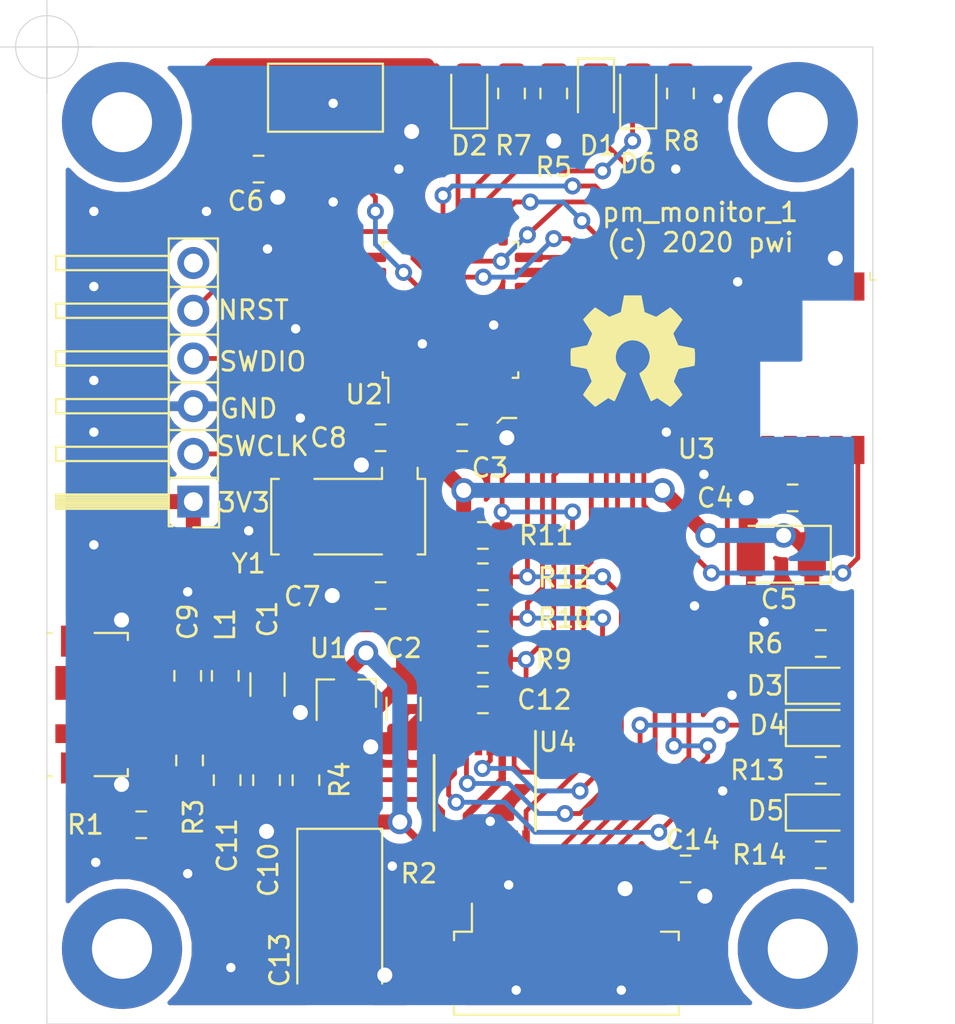
<source format=kicad_pcb>
(kicad_pcb (version 20171130) (host pcbnew 5.1.6-1.fc32)
  (layers (0 F.Cu signal) (31 B.Cu signal) (34 B.Paste user) (35 F.Paste user) (36 B.SilkS user) (37 F.SilkS user) (38 B.Mask user) (39 F.Mask user) (44 Edge.Cuts user))
  (net 0 "")
  (net 1 GND)
  (net 2 +5V)
  (net 3 +3V3)
  (net 4 "Net-(D1-Pad1)")
  (net 5 "Net-(D2-Pad1)")
  (net 6 "Net-(D2-Pad2)")
  (net 7 "Net-(D3-Pad2)")
  (net 8 "Net-(D3-Pad1)")
  (net 9 "Net-(J3-Pad6)")
  (net 10 /NRST)
  (net 11 /SWDIO)
  (net 12 /SWCLK)
  (net 13 "Net-(J1-Pad4)")
  (net 14 "Net-(U2-Pad1)")
  (net 15 "Net-(U2-Pad12)")
  (net 16 "Net-(U2-Pad26)")
  (net 17 "Net-(U2-Pad27)")
  (net 18 "Net-(U2-Pad28)")
  (net 19 "Net-(U2-Pad29)")
  (net 20 "Net-(U2-Pad30)")
  (net 21 "Net-(U2-Pad31)")
  (net 22 "Net-(U2-Pad32)")
  (net 23 "Net-(U3-Pad6)")
  (net 24 /BLE_RX)
  (net 25 /BLE_TX)
  (net 26 /BLE_RTS#)
  (net 27 /BLE_RST#)
  (net 28 /BLE_CTS#)
  (net 29 "Net-(U3-Pad5)")
  (net 30 "Net-(U3-Pad4)")
  (net 31 "Net-(U3-Pad3)")
  (net 32 "Net-(U3-Pad1)")
  (net 33 "Net-(U3-Pad15)")
  (net 34 /BLE_MODE)
  (net 35 /SENSOR_RESET)
  (net 36 /SENSOR_TXD)
  (net 37 /SENSOR_RXD)
  (net 38 /SENSOR_SET)
  (net 39 "Net-(Y1-Pad3)")
  (net 40 "Net-(Y1-Pad2)")
  (net 41 "Net-(C7-Pad1)")
  (net 42 "Net-(C8-Pad1)")
  (net 43 "Net-(C9-Pad1)")
  (net 44 "Net-(D4-Pad2)")
  (net 45 "Net-(D4-Pad1)")
  (net 46 "Net-(D5-Pad2)")
  (net 47 "Net-(D5-Pad1)")
  (net 48 /USB_PWREN#)
  (net 49 "Net-(U4-Pad15)")
  (net 50 /FTH_RTS#)
  (net 51 /FTH_RXD)
  (net 52 /FTH_TXD)
  (net 53 /FTH_CTS#)
  (net 54 /USBDP)
  (net 55 /USBDM)
  (net 56 "Net-(J2-Pad2)")
  (net 57 "Net-(J2-Pad1)")
  (net 58 "Net-(R2-Pad1)")
  (net 59 "Net-(D6-Pad2)")
  (net 60 "Net-(D6-Pad1)")
  (net 61 /USB_N)
  (net 62 /USB_P)
  (module Symbol:OSHW-Symbol_6.7x6mm_SilkScreen (layer F.Cu) (at 81.2 66.2)
    (fp_text reference REF** hide)
    (fp_text value OSHW-Symbol_6.7x6mm_SilkScreen hide)
  )
  (module Resistor_SMD:R_0805_2012Metric_Pad1.15x1.40mm_HandSolder (layer F.Cu) (at 83.75 52.475 90)
    (fp_text reference R8 (at -2.525 0.05 180) (layer F.SilkS))
    (fp_text value 330)
    (pad 2 smd roundrect (at 1.025 0 90) (size 1.15 1.4) (layers F.Cu F.Paste F.Mask) (roundrect_rratio 0.217391) (net 59 "Net-(D6-Pad2)"))
    (pad 1 smd roundrect (at -1.025 0 90) (size 1.15 1.4) (layers F.Cu F.Paste F.Mask) (roundrect_rratio 0.217391) (net 3 +3V3))
  )
  (module LED_SMD:LED_0805_2012Metric_Pad1.15x1.40mm_HandSolder (layer F.Cu) (at 81.5 52.475 90)
    (fp_text reference D6 (at -3.725 0 180) (layer F.SilkS))
    (fp_text value LED)
    (pad 2 smd roundrect (at 1.025 0 90) (size 1.15 1.4) (layers F.Cu F.Paste F.Mask) (roundrect_rratio 0.217391) (net 59 "Net-(D6-Pad2)"))
    (pad 1 smd roundrect (at -1.025 0 90) (size 1.15 1.4) (layers F.Cu F.Paste F.Mask) (roundrect_rratio 0.217391) (net 60 "Net-(D6-Pad1)"))
  )
  (module Resistor_SMD:R_0402_1005Metric (layer F.Cu) (at 71.815 93.8)
    (fp_text reference R2 (at -2 0.2) (layer F.SilkS))
    (fp_text value 0)
    (pad 2 smd roundrect (at 0.485 0) (size 0.59 0.64) (layers F.Cu F.Paste F.Mask) (net 3 +3V3))
    (pad 1 smd roundrect (at -0.485 0) (size 0.59 0.64) (layers F.Cu F.Paste F.Mask) (net 58 "Net-(R2-Pad1)"))
  )
  (module Capacitor_SMD:C_0805_2012Metric_Pad1.15x1.40mm_HandSolder (layer F.Cu) (at 84.025 93.75 180)
    (fp_text reference C14 (at -0.375 1.55) (layer F.SilkS))
    (fp_text value 100nF)
    (pad 2 smd roundrect (at 1.025 0 180) (size 1.15 1.4) (layers F.Cu F.Paste F.Mask) (roundrect_rratio 0.217391) (net 2 +5V))
    (pad 1 smd roundrect (at -1.025 0 180) (size 1.15 1.4) (layers F.Cu F.Paste F.Mask) (roundrect_rratio 0.217391) (net 1 GND))
  )
  (module Capacitor_Tantalum_SMD:CP_EIA-7343-31_Kemet-D_Pad2.25x2.55mm_HandSolder (layer F.Cu) (at 65.6 96.2 270)
    (fp_text reference C13 (at 2.4 3.2 90) (layer F.SilkS))
    (fp_text value 220uF)
    (pad 2 smd roundrect (at 3.2 0 270) (size 2.25 2.55) (layers F.Cu F.Paste F.Mask) (roundrect_rratio 0.111111) (net 1 GND))
    (pad 1 smd roundrect (at -3.2 0 270) (size 2.25 2.55) (layers F.Cu F.Paste F.Mask) (roundrect_rratio 0.111111) (net 2 +5V))
  )
  (module Package_SO:SSOP-16_3.9x4.9mm_P0.635mm (layer F.Cu) (at 73.3025 89.7 270)
    (fp_text reference U4 (at -2.7 -3.8975) (layer F.SilkS))
    (fp_text value FT230XS)
    (pad 16 smd rect (at 2.6 -2.2225 270) (size 1.2 0.4) (layers F.Cu F.Paste F.Mask) (net 48 /USB_PWREN#))
    (pad 15 smd rect (at 2.6 -1.5875 270) (size 1.2 0.4) (layers F.Cu F.Paste F.Mask) (net 49 "Net-(U4-Pad15)"))
    (pad 14 smd rect (at 2.6 -0.9525 270) (size 1.2 0.4) (layers F.Cu F.Paste F.Mask) (net 45 "Net-(D4-Pad1)"))
    (pad 13 smd rect (at 2.6 -0.3175 270) (size 1.2 0.4) (layers F.Cu F.Paste F.Mask) (net 1 GND))
    (pad 12 smd rect (at 2.6 0.3175 270) (size 1.2 0.4) (layers F.Cu F.Paste F.Mask) (net 2 +5V))
    (pad 11 smd rect (at 2.6 0.9525 270) (size 1.2 0.4) (layers F.Cu F.Paste F.Mask) (net 3 +3V3))
    (pad 10 smd rect (at 2.6 1.5875 270) (size 1.2 0.4) (layers F.Cu F.Paste F.Mask) (net 58 "Net-(R2-Pad1)"))
    (pad 9 smd rect (at 2.6 2.2225 270) (size 1.2 0.4) (layers F.Cu F.Paste F.Mask) (net 55 /USBDM))
    (pad 8 smd rect (at -2.6 2.2225 270) (size 1.2 0.4) (layers F.Cu F.Paste F.Mask) (net 54 /USBDP))
    (pad 7 smd rect (at -2.6 1.5875 270) (size 1.2 0.4) (layers F.Cu F.Paste F.Mask) (net 47 "Net-(D5-Pad1)"))
    (pad 6 smd rect (at -2.6 0.9525 270) (size 1.2 0.4) (layers F.Cu F.Paste F.Mask) (net 50 /FTH_RTS#))
    (pad 5 smd rect (at -2.6 0.3175 270) (size 1.2 0.4) (layers F.Cu F.Paste F.Mask) (net 1 GND))
    (pad 4 smd rect (at -2.6 -0.3175 270) (size 1.2 0.4) (layers F.Cu F.Paste F.Mask) (net 52 /FTH_TXD))
    (pad 3 smd rect (at -2.6 -0.9525 270) (size 1.2 0.4) (layers F.Cu F.Paste F.Mask) (net 3 +3V3))
    (pad 2 smd rect (at -2.6 -1.5875 270) (size 1.2 0.4) (layers F.Cu F.Paste F.Mask) (net 53 /FTH_CTS#))
    (pad 1 smd rect (at -2.6 -2.2225 270) (size 1.2 0.4) (layers F.Cu F.Paste F.Mask) (net 51 /FTH_RXD))
  )
  (module Resistor_SMD:R_0805_2012Metric_Pad1.15x1.40mm_HandSolder (layer F.Cu) (at 91.225 93)
    (fp_text reference R14 (at -3.275 0) (layer F.SilkS))
    (fp_text value 330)
    (pad 2 smd roundrect (at 1.025 0) (size 1.15 1.4) (layers F.Cu F.Paste F.Mask) (roundrect_rratio 0.217391) (net 46 "Net-(D5-Pad2)"))
    (pad 1 smd roundrect (at -1.025 0) (size 1.15 1.4) (layers F.Cu F.Paste F.Mask) (roundrect_rratio 0.217391) (net 3 +3V3))
  )
  (module Resistor_SMD:R_0805_2012Metric_Pad1.15x1.40mm_HandSolder (layer F.Cu) (at 91.225 88.5)
    (fp_text reference R13 (at -3.375 0 180) (layer F.SilkS))
    (fp_text value 100)
    (pad 2 smd roundrect (at 1.025 0) (size 1.15 1.4) (layers F.Cu F.Paste F.Mask) (roundrect_rratio 0.217391) (net 44 "Net-(D4-Pad2)"))
    (pad 1 smd roundrect (at -1.025 0) (size 1.15 1.4) (layers F.Cu F.Paste F.Mask) (roundrect_rratio 0.217391) (net 3 +3V3))
  )
  (module Resistor_SMD:R_0805_2012Metric_Pad1.15x1.40mm_HandSolder (layer F.Cu) (at 73.225 78.2)
    (fp_text reference R12 (at 4.375 0.05) (layer F.SilkS))
    (fp_text value 10k)
    (pad 2 smd roundrect (at 1.025 0) (size 1.15 1.4) (layers F.Cu F.Paste F.Mask) (roundrect_rratio 0.217391) (net 50 /FTH_RTS#))
    (pad 1 smd roundrect (at -1.025 0) (size 1.15 1.4) (layers F.Cu F.Paste F.Mask) (roundrect_rratio 0.217391) (net 3 +3V3))
  )
  (module Resistor_SMD:R_0805_2012Metric_Pad1.15x1.40mm_HandSolder (layer F.Cu) (at 73.225 76)
    (fp_text reference R11 (at 3.375 0) (layer F.SilkS))
    (fp_text value 10k)
    (pad 2 smd roundrect (at 1.025 0) (size 1.15 1.4) (layers F.Cu F.Paste F.Mask) (roundrect_rratio 0.217391) (net 53 /FTH_CTS#))
    (pad 1 smd roundrect (at -1.025 0) (size 1.15 1.4) (layers F.Cu F.Paste F.Mask) (roundrect_rratio 0.217391) (net 3 +3V3))
  )
  (module Resistor_SMD:R_0805_2012Metric_Pad1.15x1.40mm_HandSolder (layer F.Cu) (at 73.225 80.4)
    (fp_text reference R10 (at 4.375 0) (layer F.SilkS))
    (fp_text value 10k)
    (pad 2 smd roundrect (at 1.025 0) (size 1.15 1.4) (layers F.Cu F.Paste F.Mask) (roundrect_rratio 0.217391) (net 52 /FTH_TXD))
    (pad 1 smd roundrect (at -1.025 0) (size 1.15 1.4) (layers F.Cu F.Paste F.Mask) (roundrect_rratio 0.217391) (net 3 +3V3))
  )
  (module Resistor_SMD:R_0805_2012Metric_Pad1.15x1.40mm_HandSolder (layer F.Cu) (at 73.225 82.6)
    (fp_text reference R9 (at 3.775 0 180) (layer F.SilkS))
    (fp_text value 10k)
    (pad 2 smd roundrect (at 1.025 0) (size 1.15 1.4) (layers F.Cu F.Paste F.Mask) (roundrect_rratio 0.217391) (net 51 /FTH_RXD))
    (pad 1 smd roundrect (at -1.025 0) (size 1.15 1.4) (layers F.Cu F.Paste F.Mask) (roundrect_rratio 0.217391) (net 3 +3V3))
  )
  (module LED_SMD:LED_0805_2012Metric_Pad1.15x1.40mm_HandSolder (layer F.Cu) (at 91.225 90.75)
    (fp_text reference D5 (at -2.925 -0.1 180) (layer F.SilkS))
    (fp_text value RXLED)
    (pad 2 smd roundrect (at 1.025 0) (size 1.15 1.4) (layers F.Cu F.Paste F.Mask) (roundrect_rratio 0.217391) (net 46 "Net-(D5-Pad2)"))
    (pad 1 smd roundrect (at -1.025 0) (size 1.15 1.4) (layers F.Cu F.Paste F.Mask) (roundrect_rratio 0.217391) (net 47 "Net-(D5-Pad1)"))
  )
  (module LED_SMD:LED_0805_2012Metric_Pad1.15x1.40mm_HandSolder (layer F.Cu) (at 91.225 86.25)
    (fp_text reference D4 (at -2.825 -0.15 180) (layer F.SilkS))
    (fp_text value TXLED)
    (pad 2 smd roundrect (at 1.025 0) (size 1.15 1.4) (layers F.Cu F.Paste F.Mask) (roundrect_rratio 0.217391) (net 44 "Net-(D4-Pad2)"))
    (pad 1 smd roundrect (at -1.025 0) (size 1.15 1.4) (layers F.Cu F.Paste F.Mask) (roundrect_rratio 0.217391) (net 45 "Net-(D4-Pad1)"))
  )
  (module Capacitor_SMD:C_0805_2012Metric_Pad1.15x1.40mm_HandSolder (layer F.Cu) (at 73.225 84.75 180)
    (fp_text reference C12 (at -3.275 0 180) (layer F.SilkS))
    (fp_text value 100nF)
    (pad 2 smd roundrect (at 1.025 0 180) (size 1.15 1.4) (layers F.Cu F.Paste F.Mask) (roundrect_rratio 0.217391) (net 1 GND))
    (pad 1 smd roundrect (at -1.025 0 180) (size 1.15 1.4) (layers F.Cu F.Paste F.Mask) (roundrect_rratio 0.217391) (net 3 +3V3))
  )
  (module Capacitor_SMD:C_0805_2012Metric_Pad1.15x1.40mm_HandSolder (layer F.Cu) (at 59.6 89.025 270)
    (fp_text reference C11 (at 3.475 0 90) (layer F.SilkS))
    (fp_text value 47pF)
    (pad 2 smd roundrect (at 1.025 0 270) (size 1.15 1.4) (layers F.Cu F.Paste F.Mask) (roundrect_rratio 0.217391) (net 1 GND))
    (pad 1 smd roundrect (at -1.025 0 270) (size 1.15 1.4) (layers F.Cu F.Paste F.Mask) (roundrect_rratio 0.217391) (net 62 /USB_P))
  )
  (module Capacitor_SMD:C_0805_2012Metric_Pad1.15x1.40mm_HandSolder (layer F.Cu) (at 61.7 89.025 270)
    (fp_text reference C10 (at 4.775 -0.1 90) (layer F.SilkS))
    (fp_text value 47pF)
    (pad 2 smd roundrect (at 1.025 0 270) (size 1.15 1.4) (layers F.Cu F.Paste F.Mask) (roundrect_rratio 0.217391) (net 1 GND))
    (pad 1 smd roundrect (at -1.025 0 270) (size 1.15 1.4) (layers F.Cu F.Paste F.Mask) (roundrect_rratio 0.217391) (net 61 /USB_N))
  )
  (module Capacitor_SMD:C_0805_2012Metric_Pad1.15x1.40mm_HandSolder (layer F.Cu) (at 57.5 83.475 90)
    (fp_text reference C9 (at 2.875 0 90) (layer F.SilkS))
    (fp_text value 10nF)
    (pad 2 smd roundrect (at 1.025 0 90) (size 1.15 1.4) (layers F.Cu F.Paste F.Mask) (roundrect_rratio 0.217391) (net 1 GND))
    (pad 1 smd roundrect (at -1.025 0 90) (size 1.15 1.4) (layers F.Cu F.Paste F.Mask) (roundrect_rratio 0.217391) (net 43 "Net-(C9-Pad1)"))
  )
  (module Capacitor_SMD:C_0805_2012Metric_Pad1.15x1.40mm_HandSolder (layer F.Cu) (at 67.775 70.8 180)
    (fp_text reference C8 (at 2.775 0) (layer F.SilkS))
    (fp_text value 15pF)
    (pad 2 smd roundrect (at 1.025 0 180) (size 1.15 1.4) (layers F.Cu F.Paste F.Mask) (roundrect_rratio 0.217391) (net 1 GND))
    (pad 1 smd roundrect (at -1.025 0 180) (size 1.15 1.4) (layers F.Cu F.Paste F.Mask) (roundrect_rratio 0.217391) (net 42 "Net-(C8-Pad1)"))
  )
  (module Capacitor_SMD:C_0805_2012Metric_Pad1.15x1.40mm_HandSolder (layer F.Cu) (at 67.775 79.2 180)
    (fp_text reference C7 (at 4.175 -0.05) (layer F.SilkS))
    (fp_text value 15pF)
    (pad 2 smd roundrect (at 1.025 0 180) (size 1.15 1.4) (layers F.Cu F.Paste F.Mask) (roundrect_rratio 0.217391) (net 1 GND))
    (pad 1 smd roundrect (at -1.025 0 180) (size 1.15 1.4) (layers F.Cu F.Paste F.Mask) (roundrect_rratio 0.217391) (net 41 "Net-(C7-Pad1)"))
  )
  (module Capacitor_Tantalum_SMD:CP_EIA-3528-21_Kemet-B_Pad1.50x2.35mm_HandSolder (layer F.Cu) (at 89.125 77 180)
    (fp_text reference C5 (at 0.125 -2.4) (layer F.SilkS))
    (fp_text value 10uF)
    (pad 2 smd roundrect (at 1.625 0 180) (size 1.5 2.35) (layers F.Cu F.Paste F.Mask) (roundrect_rratio 0.166667) (net 1 GND))
    (pad 1 smd roundrect (at -1.625 0 180) (size 1.5 2.35) (layers F.Cu F.Paste F.Mask) (roundrect_rratio 0.166667) (net 3 +3V3))
  )
  (module Capacitor_SMD:C_0805_2012Metric_Pad1.15x1.40mm_HandSolder (layer F.Cu) (at 89.725 74 180)
    (fp_text reference C4 (at 4.125 0) (layer F.SilkS))
    (fp_text value 100nF)
    (pad 2 smd roundrect (at 1.025 0 180) (size 1.15 1.4) (layers F.Cu F.Paste F.Mask) (roundrect_rratio 0.217391) (net 1 GND))
    (pad 1 smd roundrect (at -1.025 0 180) (size 1.15 1.4) (layers F.Cu F.Paste F.Mask) (roundrect_rratio 0.217391) (net 3 +3V3))
  )
  (module MountingHole:MountingHole_3.2mm_M3_Pad (layer F.Cu) (at 90 98)
    (fp_text reference H4 hide)
    (fp_text value MountingHole)
    (pad 1 thru_hole circle (at 0 0) (size 6.4 6.4) (drill 3.2) (layers *.Cu *.Mask))
  )
  (module MountingHole:MountingHole_3.2mm_M3_Pad (layer F.Cu) (at 90 54)
    (fp_text reference H3 hide)
    (fp_text value MountingHole)
    (pad 1 thru_hole circle (at 0 0) (size 6.4 6.4) (drill 3.2) (layers *.Cu *.Mask))
  )
  (module MountingHole:MountingHole_3.2mm_M3_Pad (layer F.Cu) (at 54 98)
    (fp_text reference H2 hide)
    (fp_text value MountingHole)
    (pad 1 thru_hole circle (at 0 0) (size 6.4 6.4) (drill 3.2) (layers *.Cu *.Mask))
  )
  (module MountingHole:MountingHole_3.2mm_M3_Pad (layer F.Cu) (at 54 54)
    (fp_text reference H1 hide)
    (fp_text value MountingHole)
    (pad 1 thru_hole circle (at 0 0) (size 6.4 6.4) (drill 3.2) (layers *.Cu *.Mask))
  )
  (module Crystal:Crystal_SMD_Abracon_ABS25-4Pin_8.0x3.8mm (layer F.Cu) (at 66.05 75 270)
    (fp_text reference Y1 (at 2.5 5.3 180) (layer F.SilkS))
    (fp_text value 32.768kHz)
    (pad 4 smd rect (at 1.6 -2.75 180) (size 1.3 1.9) (layers F.Cu F.Paste F.Mask) (net 41 "Net-(C7-Pad1)"))
    (pad 3 smd rect (at 1.6 2.75 180) (size 1.3 1.9) (layers F.Cu F.Paste F.Mask) (net 39 "Net-(Y1-Pad3)"))
    (pad 2 smd rect (at -1.6 2.75 180) (size 1.3 1.9) (layers F.Cu F.Paste F.Mask) (net 40 "Net-(Y1-Pad2)"))
    (pad 1 smd rect (at -1.6 -2.75 180) (size 1.3 1.9) (layers F.Cu F.Paste F.Mask) (net 42 "Net-(C8-Pad1)"))
  )
  (module Button_Switch_SMD:SW_SPST_FSMSM (layer F.Cu) (at 64.84 52.7)
    (fp_text reference SW1 hide)
    (fp_text value RESET)
    (pad 2 smd rect (at 4.59 0) (size 2.18 1.6) (layers F.Cu F.Paste F.Mask) (net 1 GND))
    (pad 1 smd rect (at -4.59 0) (size 2.18 1.6) (layers F.Cu F.Paste F.Mask) (net 10 /NRST))
  )
  (module Resistor_SMD:R_0805_2012Metric_Pad1.15x1.40mm_HandSolder (layer F.Cu) (at 74.75 52.475 90)
    (fp_text reference R7 (at -2.775 0.1 180) (layer F.SilkS))
    (fp_text value 330)
    (pad 2 smd roundrect (at 1.025 0 90) (size 1.15 1.4) (layers F.Cu F.Paste F.Mask) (roundrect_rratio 0.217391) (net 6 "Net-(D2-Pad2)"))
    (pad 1 smd roundrect (at -1.025 0 90) (size 1.15 1.4) (layers F.Cu F.Paste F.Mask) (roundrect_rratio 0.217391) (net 3 +3V3))
  )
  (module Connector_Molex:Molex_PicoBlade_53261-0871_1x08-1MP_P1.25mm_Horizontal (layer F.Cu) (at 77.675 98.8)
    (fp_text reference J2 hide)
    (fp_text value SEN0177)
    (pad MP smd roundrect (at 6.925 0.5) (size 2.1 3) (layers F.Cu F.Paste F.Mask) (roundrect_rratio 0.119048))
    (pad MP smd roundrect (at -6.925 0.5) (size 2.1 3) (layers F.Cu F.Paste F.Mask) (roundrect_rratio 0.119048))
    (pad 8 smd roundrect (at 4.375 -2.4) (size 0.8 1.6) (layers F.Cu F.Paste F.Mask) (net 2 +5V))
    (pad 7 smd roundrect (at 3.125 -2.4) (size 0.8 1.6) (layers F.Cu F.Paste F.Mask) (net 1 GND))
    (pad 6 smd roundrect (at 1.875 -2.4) (size 0.8 1.6) (layers F.Cu F.Paste F.Mask) (net 38 /SENSOR_SET))
    (pad 5 smd roundrect (at 0.625 -2.4) (size 0.8 1.6) (layers F.Cu F.Paste F.Mask) (net 37 /SENSOR_RXD))
    (pad 4 smd roundrect (at -0.625 -2.4) (size 0.8 1.6) (layers F.Cu F.Paste F.Mask) (net 36 /SENSOR_TXD))
    (pad 3 smd roundrect (at -1.875 -2.4) (size 0.8 1.6) (layers F.Cu F.Paste F.Mask) (net 35 /SENSOR_RESET))
    (pad 2 smd roundrect (at -3.125 -2.4) (size 0.8 1.6) (layers F.Cu F.Paste F.Mask) (net 56 "Net-(J2-Pad2)"))
    (pad 1 smd roundrect (at -4.375 -2.4) (size 0.8 1.6) (layers F.Cu F.Paste F.Mask) (net 57 "Net-(J2-Pad1)"))
  )
  (module Connector_USB:USB_Micro-B_Molex_47346-0001 (layer F.Cu) (at 52.6 85 270)
    (fp_text reference J1 hide)
    (fp_text value USB_B_Micro)
    (pad 6 smd rect (at 1.55 1.2 270) (size 1 1.9) (layers F.Cu F.Paste F.Mask) (net 1 GND))
    (pad 6 smd rect (at -1.15 1.2 270) (size 1.8 1.9) (layers F.Cu F.Paste F.Mask) (net 1 GND))
    (pad 6 smd rect (at 3.375 1.2 270) (size 1.65 1.3) (layers F.Cu F.Paste F.Mask) (net 1 GND))
    (pad 6 smd rect (at -3.375 1.2 270) (size 1.65 1.3) (layers F.Cu F.Paste F.Mask) (net 1 GND))
    (pad 6 smd rect (at 2.4875 -1.375 270) (size 1.425 1.55) (layers F.Cu F.Paste F.Mask) (net 1 GND))
    (pad 6 smd rect (at -2.4875 -1.375 270) (size 1.425 1.55) (layers F.Cu F.Paste F.Mask) (net 1 GND))
    (pad 5 smd rect (at 1.3 -1.46 270) (size 0.45 1.38) (layers F.Cu F.Paste F.Mask) (net 1 GND))
    (pad 4 smd rect (at 0.65 -1.46 270) (size 0.45 1.38) (layers F.Cu F.Paste F.Mask) (net 13 "Net-(J1-Pad4)"))
    (pad 3 smd rect (at 0 -1.46 270) (size 0.45 1.38) (layers F.Cu F.Paste F.Mask) (net 62 /USB_P))
    (pad 2 smd rect (at -0.65 -1.46 270) (size 0.45 1.38) (layers F.Cu F.Paste F.Mask) (net 61 /USB_N))
    (pad 1 smd rect (at -1.3 -1.46 270) (size 0.45 1.38) (layers F.Cu F.Paste F.Mask) (net 43 "Net-(C9-Pad1)"))
  )
  (module Capacitor_SMD:C_0805_2012Metric_Pad1.15x1.40mm_HandSolder (layer F.Cu) (at 61.275 56.5)
    (fp_text reference C6 (at -0.675 1.7 180) (layer F.SilkS))
    (fp_text value 100nF)
    (pad 2 smd roundrect (at 1.025 0) (size 1.15 1.4) (layers F.Cu F.Paste F.Mask) (roundrect_rratio 0.217391) (net 1 GND))
    (pad 1 smd roundrect (at -1.025 0) (size 1.15 1.4) (layers F.Cu F.Paste F.Mask) (roundrect_rratio 0.217391) (net 10 /NRST))
  )
  (module Capacitor_SMD:C_1206_3216Metric_Pad1.42x1.75mm_HandSolder (layer F.Cu) (at 61.75 83.9375 270)
    (fp_text reference C1 (at -3.4875 0 270) (layer F.SilkS))
    (fp_text value 1uF)
    (pad 2 smd roundrect (at 1.4875 0 270) (size 1.425 1.75) (layers F.Cu F.Paste F.Mask) (roundrect_rratio 0.175439) (net 1 GND))
    (pad 1 smd roundrect (at -1.4875 0 270) (size 1.425 1.75) (layers F.Cu F.Paste F.Mask) (roundrect_rratio 0.175439) (net 2 +5V))
  )
  (module Capacitor_SMD:C_1206_3216Metric_Pad1.42x1.75mm_HandSolder (layer F.Cu) (at 69 85.2375 270)
    (fp_text reference C2 (at -3.2375 0) (layer F.SilkS))
    (fp_text value 1uF)
    (pad 1 smd roundrect (at -1.4875 0 270) (size 1.425 1.75) (layers F.Cu F.Paste F.Mask) (roundrect_rratio 0.175439) (net 3 +3V3))
    (pad 2 smd roundrect (at 1.4875 0 270) (size 1.425 1.75) (layers F.Cu F.Paste F.Mask) (roundrect_rratio 0.175439) (net 1 GND))
  )
  (module Capacitor_SMD:C_0805_2012Metric_Pad1.15x1.40mm_HandSolder (layer F.Cu) (at 72.125 70.8)
    (fp_text reference C3 (at 1.475 1.6 180) (layer F.SilkS))
    (fp_text value 10nF)
    (pad 1 smd roundrect (at -1.025 0) (size 1.15 1.4) (layers F.Cu F.Paste F.Mask) (roundrect_rratio 0.217391) (net 3 +3V3))
    (pad 2 smd roundrect (at 1.025 0) (size 1.15 1.4) (layers F.Cu F.Paste F.Mask) (roundrect_rratio 0.217391) (net 1 GND))
  )
  (module LED_SMD:LED_0805_2012Metric_Pad1.15x1.40mm_HandSolder (layer F.Cu) (at 79.25 52.475 270)
    (fp_text reference D1 (at 2.775 -0.1 180) (layer F.SilkS))
    (fp_text value PWRLED)
    (pad 1 smd roundrect (at -1.025 0 270) (size 1.15 1.4) (layers F.Cu F.Paste F.Mask) (roundrect_rratio 0.217391) (net 4 "Net-(D1-Pad1)"))
    (pad 2 smd roundrect (at 1.025 0 270) (size 1.15 1.4) (layers F.Cu F.Paste F.Mask) (roundrect_rratio 0.217391) (net 3 +3V3))
  )
  (module LED_SMD:LED_0805_2012Metric_Pad1.15x1.40mm_HandSolder (layer F.Cu) (at 72.5 52.475 90)
    (fp_text reference D2 (at -2.775 0 180) (layer F.SilkS))
    (fp_text value LED)
    (pad 1 smd roundrect (at -1.025 0 90) (size 1.15 1.4) (layers F.Cu F.Paste F.Mask) (roundrect_rratio 0.217391) (net 5 "Net-(D2-Pad1)"))
    (pad 2 smd roundrect (at 1.025 0 90) (size 1.15 1.4) (layers F.Cu F.Paste F.Mask) (roundrect_rratio 0.217391) (net 6 "Net-(D2-Pad2)"))
  )
  (module LED_SMD:LED_0805_2012Metric_Pad1.15x1.40mm_HandSolder (layer F.Cu) (at 91.225 84)
    (fp_text reference D3 (at -2.975 0 180) (layer F.SilkS))
    (fp_text value BTLED)
    (pad 2 smd roundrect (at 1.025 0) (size 1.15 1.4) (layers F.Cu F.Paste F.Mask) (roundrect_rratio 0.217391) (net 7 "Net-(D3-Pad2)"))
    (pad 1 smd roundrect (at -1.025 0) (size 1.15 1.4) (layers F.Cu F.Paste F.Mask) (roundrect_rratio 0.217391) (net 8 "Net-(D3-Pad1)"))
  )
  (module Connector_PinHeader_2.54mm:PinHeader_1x06_P2.54mm_Horizontal_HighProfile (layer F.Cu) (at 57.8 74.2 180)
    (fp_text reference J3 hide)
    (fp_text value SWD)
    (pad 6 thru_hole oval (at 0 12.7 180) (size 1.7 1.7) (drill 1) (layers *.Cu *.Mask) (net 9 "Net-(J3-Pad6)"))
    (pad 5 thru_hole oval (at 0 10.16 180) (size 1.7 1.7) (drill 1) (layers *.Cu *.Mask) (net 10 /NRST))
    (pad 4 thru_hole oval (at 0 7.62 180) (size 1.7 1.7) (drill 1) (layers *.Cu *.Mask) (net 11 /SWDIO))
    (pad 3 thru_hole oval (at 0 5.08 180) (size 1.7 1.7) (drill 1) (layers *.Cu *.Mask) (net 1 GND))
    (pad 2 thru_hole oval (at 0 2.54 180) (size 1.7 1.7) (drill 1) (layers *.Cu *.Mask) (net 12 /SWCLK))
    (pad 1 thru_hole rect (at 0 0 180) (size 1.7 1.7) (drill 1) (layers *.Cu *.Mask) (net 3 +3V3))
  )
  (module Inductor_SMD:L_0805_2012Metric_Pad1.15x1.40mm_HandSolder (layer F.Cu) (at 59.5 83.475 90)
    (fp_text reference L1 (at 2.725 0 90) (layer F.SilkS))
    (fp_text value 600)
    (pad 1 smd roundrect (at -1.025 0 90) (size 1.15 1.4) (layers F.Cu F.Paste F.Mask) (roundrect_rratio 0.217391) (net 43 "Net-(C9-Pad1)"))
    (pad 2 smd roundrect (at 1.025 0 90) (size 1.15 1.4) (layers F.Cu F.Paste F.Mask) (roundrect_rratio 0.217391) (net 2 +5V))
  )
  (module Resistor_SMD:R_0805_2012Metric_Pad1.15x1.40mm_HandSolder (layer F.Cu) (at 55.025 91.4)
    (fp_text reference R1 (at -2.975 0) (layer F.SilkS))
    (fp_text value 100k)
    (pad 2 smd roundrect (at 1.025 0) (size 1.15 1.4) (layers F.Cu F.Paste F.Mask) (roundrect_rratio 0.217391) (net 13 "Net-(J1-Pad4)"))
    (pad 1 smd roundrect (at -1.025 0) (size 1.15 1.4) (layers F.Cu F.Paste F.Mask) (roundrect_rratio 0.217391) (net 1 GND))
  )
  (module Resistor_SMD:R_0805_2012Metric_Pad1.15x1.40mm_HandSolder (layer F.Cu) (at 57.6 87.975 90)
    (fp_text reference R3 (at -3.025 0.2 90) (layer F.SilkS))
    (fp_text value 27)
    (pad 2 smd roundrect (at 1.025 0 90) (size 1.15 1.4) (layers F.Cu F.Paste F.Mask) (roundrect_rratio 0.217391) (net 62 /USB_P))
    (pad 1 smd roundrect (at -1.025 0 90) (size 1.15 1.4) (layers F.Cu F.Paste F.Mask) (roundrect_rratio 0.217391) (net 54 /USBDP))
  )
  (module Resistor_SMD:R_0805_2012Metric_Pad1.15x1.40mm_HandSolder (layer F.Cu) (at 63.8 89.025 90)
    (fp_text reference R4 (at 0.025 1.8 90) (layer F.SilkS))
    (fp_text value 27)
    (pad 1 smd roundrect (at -1.025 0 90) (size 1.15 1.4) (layers F.Cu F.Paste F.Mask) (roundrect_rratio 0.217391) (net 55 /USBDM))
    (pad 2 smd roundrect (at 1.025 0 90) (size 1.15 1.4) (layers F.Cu F.Paste F.Mask) (roundrect_rratio 0.217391) (net 61 /USB_N))
  )
  (module Resistor_SMD:R_0805_2012Metric_Pad1.15x1.40mm_HandSolder (layer F.Cu) (at 77 52.475 270)
    (fp_text reference R5 (at 3.925 0 180) (layer F.SilkS))
    (fp_text value 100)
    (pad 2 smd roundrect (at 1.025 0 270) (size 1.15 1.4) (layers F.Cu F.Paste F.Mask) (roundrect_rratio 0.217391) (net 1 GND))
    (pad 1 smd roundrect (at -1.025 0 270) (size 1.15 1.4) (layers F.Cu F.Paste F.Mask) (roundrect_rratio 0.217391) (net 4 "Net-(D1-Pad1)"))
  )
  (module Resistor_SMD:R_0805_2012Metric_Pad1.15x1.40mm_HandSolder (layer F.Cu) (at 91.225 81.75)
    (fp_text reference R6 (at -2.975 0 180) (layer F.SilkS))
    (fp_text value 330)
    (pad 2 smd roundrect (at 1.025 0) (size 1.15 1.4) (layers F.Cu F.Paste F.Mask) (roundrect_rratio 0.217391) (net 7 "Net-(D3-Pad2)"))
    (pad 1 smd roundrect (at -1.025 0) (size 1.15 1.4) (layers F.Cu F.Paste F.Mask) (roundrect_rratio 0.217391) (net 3 +3V3))
  )
  (module Package_TO_SOT_SMD:SOT-23 (layer F.Cu) (at 65.95 84.425 90)
    (fp_text reference U1 (at 2.425 -0.95 180) (layer F.SilkS))
    (fp_text value MCP1700-3302E_SOT23)
    (pad 1 smd rect (at -1 -0.95 90) (size 0.9 0.8) (layers F.Cu F.Paste F.Mask) (net 1 GND))
    (pad 2 smd rect (at -1 0.95 90) (size 0.9 0.8) (layers F.Cu F.Paste F.Mask) (net 3 +3V3))
    (pad 3 smd rect (at 1 0 90) (size 0.9 0.8) (layers F.Cu F.Paste F.Mask) (net 2 +5V))
  )
  (module Package_QFP:LQFP-32_7x7mm_P0.8mm (layer F.Cu) (at 71.5 64 90)
    (fp_text reference U2 (at -4.5 -4.6 180) (layer F.SilkS))
    (fp_text value STM32G071KBT)
    (pad 1 smd roundrect (at -4.175 -2.8 90) (size 1.5 0.5) (layers F.Cu F.Paste F.Mask) (net 14 "Net-(U2-Pad1)"))
    (pad 2 smd roundrect (at -4.175 -2 90) (size 1.5 0.5) (layers F.Cu F.Paste F.Mask) (net 42 "Net-(C8-Pad1)"))
    (pad 3 smd roundrect (at -4.175 -1.2 90) (size 1.5 0.5) (layers F.Cu F.Paste F.Mask) (net 41 "Net-(C7-Pad1)"))
    (pad 4 smd roundrect (at -4.175 -0.4 90) (size 1.5 0.5) (layers F.Cu F.Paste F.Mask) (net 3 +3V3))
    (pad 5 smd roundrect (at -4.175 0.4 90) (size 1.5 0.5) (layers F.Cu F.Paste F.Mask) (net 1 GND))
    (pad 6 smd roundrect (at -4.175 1.2 90) (size 1.5 0.5) (layers F.Cu F.Paste F.Mask) (net 10 /NRST))
    (pad 7 smd roundrect (at -4.175 2 90) (size 1.5 0.5) (layers F.Cu F.Paste F.Mask) (net 53 /FTH_CTS#))
    (pad 8 smd roundrect (at -4.175 2.8 90) (size 1.5 0.5) (layers F.Cu F.Paste F.Mask) (net 50 /FTH_RTS#))
    (pad 9 smd roundrect (at -2.8 4.175 90) (size 0.5 1.5) (layers F.Cu F.Paste F.Mask) (net 52 /FTH_TXD))
    (pad 10 smd roundrect (at -2 4.175 90) (size 0.5 1.5) (layers F.Cu F.Paste F.Mask) (net 51 /FTH_RXD))
    (pad 11 smd roundrect (at -1.2 4.175 90) (size 0.5 1.5) (layers F.Cu F.Paste F.Mask) (net 48 /USB_PWREN#))
    (pad 12 smd roundrect (at -0.4 4.175 90) (size 0.5 1.5) (layers F.Cu F.Paste F.Mask) (net 15 "Net-(U2-Pad12)"))
    (pad 13 smd roundrect (at 0.4 4.175 90) (size 0.5 1.5) (layers F.Cu F.Paste F.Mask) (net 35 /SENSOR_RESET))
    (pad 14 smd roundrect (at 1.2 4.175 90) (size 0.5 1.5) (layers F.Cu F.Paste F.Mask) (net 38 /SENSOR_SET))
    (pad 15 smd roundrect (at 2 4.175 90) (size 0.5 1.5) (layers F.Cu F.Paste F.Mask) (net 36 /SENSOR_TXD))
    (pad 16 smd roundrect (at 2.8 4.175 90) (size 0.5 1.5) (layers F.Cu F.Paste F.Mask) (net 34 /BLE_MODE))
    (pad 17 smd roundrect (at 4.175 2.8 90) (size 1.5 0.5) (layers F.Cu F.Paste F.Mask) (net 27 /BLE_RST#))
    (pad 18 smd roundrect (at 4.175 2 90) (size 1.5 0.5) (layers F.Cu F.Paste F.Mask) (net 60 "Net-(D6-Pad1)"))
    (pad 19 smd roundrect (at 4.175 1.2 90) (size 1.5 0.5) (layers F.Cu F.Paste F.Mask) (net 24 /BLE_RX))
    (pad 20 smd roundrect (at 4.175 0.4 90) (size 1.5 0.5) (layers F.Cu F.Paste F.Mask) (net 5 "Net-(D2-Pad1)"))
    (pad 21 smd roundrect (at 4.175 -0.4 90) (size 1.5 0.5) (layers F.Cu F.Paste F.Mask) (net 25 /BLE_TX))
    (pad 22 smd roundrect (at 4.175 -1.2 90) (size 1.5 0.5) (layers F.Cu F.Paste F.Mask) (net 26 /BLE_RTS#))
    (pad 23 smd roundrect (at 4.175 -2 90) (size 1.5 0.5) (layers F.Cu F.Paste F.Mask) (net 28 /BLE_CTS#))
    (pad 24 smd roundrect (at 4.175 -2.8 90) (size 1.5 0.5) (layers F.Cu F.Paste F.Mask) (net 11 /SWDIO))
    (pad 25 smd roundrect (at 2.8 -4.175 90) (size 0.5 1.5) (layers F.Cu F.Paste F.Mask) (net 12 /SWCLK))
    (pad 26 smd roundrect (at 2 -4.175 90) (size 0.5 1.5) (layers F.Cu F.Paste F.Mask) (net 16 "Net-(U2-Pad26)"))
    (pad 27 smd roundrect (at 1.2 -4.175 90) (size 0.5 1.5) (layers F.Cu F.Paste F.Mask) (net 17 "Net-(U2-Pad27)"))
    (pad 28 smd roundrect (at 0.4 -4.175 90) (size 0.5 1.5) (layers F.Cu F.Paste F.Mask) (net 18 "Net-(U2-Pad28)"))
    (pad 29 smd roundrect (at -0.4 -4.175 90) (size 0.5 1.5) (layers F.Cu F.Paste F.Mask) (net 19 "Net-(U2-Pad29)"))
    (pad 30 smd roundrect (at -1.2 -4.175 90) (size 0.5 1.5) (layers F.Cu F.Paste F.Mask) (net 20 "Net-(U2-Pad30)"))
    (pad 31 smd roundrect (at -2 -4.175 90) (size 0.5 1.5) (layers F.Cu F.Paste F.Mask) (net 21 "Net-(U2-Pad31)"))
    (pad 32 smd roundrect (at -2.8 -4.175 90) (size 0.5 1.5) (layers F.Cu F.Paste F.Mask) (net 22 "Net-(U2-Pad32)"))
  )
  (module RF_Module:Microchip_RN4871 (layer F.Cu) (at 89.75 67.1 270)
    (fp_text reference U3 (at 4.3 5.15 180) (layer F.SilkS))
    (fp_text value RN4871)
    (pad 6 smd rect (at -3 3.05 270) (size 0.7 1.5) (layers F.Cu F.Paste F.Mask) (net 23 "Net-(U3-Pad6)"))
    (pad 7 smd rect (at -1.8 3.05 270) (size 0.7 1.5) (layers F.Cu F.Paste F.Mask) (net 24 /BLE_RX))
    (pad 8 smd rect (at -0.6 3.05 270) (size 0.7 1.5) (layers F.Cu F.Paste F.Mask) (net 25 /BLE_TX))
    (pad 9 smd rect (at 0.6 3.05 270) (size 0.7 1.5) (layers F.Cu F.Paste F.Mask) (net 26 /BLE_RTS#))
    (pad 10 smd rect (at 1.8 3.05 270) (size 0.7 1.5) (layers F.Cu F.Paste F.Mask) (net 27 /BLE_RST#))
    (pad 11 smd rect (at 3 3.05 270) (size 0.7 1.5) (layers F.Cu F.Paste F.Mask) (net 28 /BLE_CTS#))
    (pad 5 smd rect (at -4.35 1.35) (size 0.7 1.5) (layers F.Cu F.Paste F.Mask) (net 29 "Net-(U3-Pad5)"))
    (pad 4 smd rect (at -4.35 0.15) (size 0.7 1.5) (layers F.Cu F.Paste F.Mask) (net 30 "Net-(U3-Pad4)"))
    (pad 3 smd rect (at -4.35 -1.05) (size 0.7 1.5) (layers F.Cu F.Paste F.Mask) (net 31 "Net-(U3-Pad3)"))
    (pad 2 smd rect (at -4.35 -2.25) (size 0.7 1.5) (layers F.Cu F.Paste F.Mask) (net 1 GND))
    (pad 1 smd rect (at -4.35 -3.45) (size 0.7 1.5) (layers F.Cu F.Paste F.Mask) (net 32 "Net-(U3-Pad1)"))
    (pad 12 smd rect (at 4.35 1.35) (size 0.7 1.5) (layers F.Cu F.Paste F.Mask) (net 8 "Net-(D3-Pad1)"))
    (pad 13 smd rect (at 4.35 0.15) (size 0.7 1.5) (layers F.Cu F.Paste F.Mask) (net 1 GND))
    (pad 14 smd rect (at 4.35 -1.05) (size 0.7 1.5) (layers F.Cu F.Paste F.Mask) (net 3 +3V3))
    (pad 15 smd rect (at 4.35 -2.3) (size 0.7 1.5) (layers F.Cu F.Paste F.Mask) (net 33 "Net-(U3-Pad15)"))
    (pad 16 smd rect (at 4.35 -3.45) (size 0.7 1.5) (layers F.Cu F.Paste F.Mask) (net 34 /BLE_MODE))
  )
  (target plus (at 50 50) (size 5) (width 0.05) (layer Edge.Cuts))
  (gr_text "pm_monitor_1\n(c) 2020 pwi" (at 84.8 59.6) (layer F.SilkS) (effects (font (size 1 1))))
  (gr_text NRST (at 61 64) (layer F.SilkS) (effects (font (size 1 1))))
  (gr_text SWDIO (at 61.5 66.75) (layer F.SilkS) (effects (font (size 1 1))))
  (gr_text GND (at 60.75 69.25) (layer F.SilkS) (effects (font (size 1 1))))
  (gr_text SWCLK (at 61.5 71.25) (layer F.SilkS) (effects (font (size 1 1))))
  (gr_text 3V3 (at 60.5 74.25) (layer F.SilkS) (effects (font (size 1 1))))
  (gr_line (start 74.25 69.75) (end 74 70) (layer F.SilkS) (width 0.12))
  (gr_line (start 75 69.75) (end 74.25 69.75) (layer F.SilkS) (width 0.12))
  (gr_line (start 74.25 69.75) (end 75 69.75) (layer F.SilkS) (width 0.12))
  (gr_line (start 50 102) (end 50 50) (layer Edge.Cuts) (width 0.05))
  (gr_line (start 94 102) (end 50 102) (layer Edge.Cuts) (width 0.05))
  (gr_line (start 94 50) (end 94 102) (layer Edge.Cuts) (width 0.05))
  (gr_line (start 50 50) (end 94 50) (layer Edge.Cuts) (width 0.05))
  (segment (start 51.4 88.375) (end 51.4 86.55) (width 0.8) (layer F.Cu) (net 1))
  (segment (start 51.4 86.55) (end 51.4 83.85) (width 0.8) (layer F.Cu) (net 1))
  (segment (start 51.4 83.85) (end 51.4 81.625) (width 0.8) (layer F.Cu) (net 1))
  (segment (start 53.975 87.4875) (end 53.975 89.25) (width 0.8) (layer F.Cu) (net 1))
  (via (at 53.975 89.25) (size 1.3) (drill 0.8) (layers F.Cu B.Cu) (net 1))
  (segment (start 51.4 88.375) (end 51.4 88.4) (width 0.8) (layer F.Cu) (net 1))
  (segment (start 52.25 89.25) (end 53.975 89.25) (width 0.8) (layer F.Cu) (net 1))
  (segment (start 51.4 88.4) (end 52.25 89.25) (width 0.8) (layer F.Cu) (net 1))
  (segment (start 53.975 82.5125) (end 53.975 80.5) (width 0.8) (layer F.Cu) (net 1))
  (via (at 53.975 80.5) (size 1.3) (drill 0.8) (layers F.Cu B.Cu) (net 1))
  (segment (start 52.525 80.5) (end 51.4 81.625) (width 0.8) (layer F.Cu) (net 1))
  (segment (start 53.975 80.5) (end 52.525 80.5) (width 0.8) (layer F.Cu) (net 1))
  (via (at 61.7 91.75) (size 1.3) (drill 0.8) (layers F.Cu B.Cu) (net 1))
  (segment (start 61.7 91.75) (end 61.7 90.05) (width 0.8) (layer F.Cu) (net 1))
  (segment (start 88.7 74) (end 87.25 74) (width 0.8) (layer F.Cu) (net 1))
  (via (at 87.25 74) (size 1.3) (drill 0.8) (layers F.Cu B.Cu) (net 1))
  (segment (start 87.25 76.75) (end 87.5 77) (width 0.8) (layer F.Cu) (net 1))
  (segment (start 87.25 74) (end 87.25 76.75) (width 0.8) (layer F.Cu) (net 1))
  (segment (start 88.7 73.5) (end 89.6 72.6) (width 0.8) (layer F.Cu) (net 1))
  (segment (start 88.7 74) (end 88.7 73.5) (width 0.8) (layer F.Cu) (net 1))
  (segment (start 89.6 72.6) (end 89.6 71.45) (width 0.8) (layer F.Cu) (net 1))
  (segment (start 77 53.5) (end 77 55) (width 0.8) (layer F.Cu) (net 1))
  (via (at 77 55) (size 1.3) (drill 0.8) (layers F.Cu B.Cu) (net 1))
  (segment (start 69.43 52.7) (end 69.43 54.5) (width 0.8) (layer F.Cu) (net 1))
  (via (at 69.43 54.5) (size 1.3) (drill 0.8) (layers F.Cu B.Cu) (net 1))
  (segment (start 62.3 56.5) (end 62.3 58) (width 0.8) (layer F.Cu) (net 1))
  (via (at 62.3 58) (size 1.3) (drill 0.8) (layers F.Cu B.Cu) (net 1))
  (segment (start 57.4125 82.5125) (end 57.5 82.6) (width 0.8) (layer F.Cu) (net 1))
  (segment (start 53.975 82.5125) (end 57.4125 82.5125) (width 0.8) (layer F.Cu) (net 1))
  (segment (start 53.975 87.4875) (end 53.975 86.475001) (width 0.8) (layer F.Cu) (net 1))
  (segment (start 66.75 70.8) (end 66.75 72.25) (width 0.8) (layer F.Cu) (net 1))
  (via (at 66.75 72.25) (size 1.3) (drill 0.8) (layers F.Cu B.Cu) (net 1))
  (segment (start 92 62.75) (end 92 61.25) (width 0.8) (layer F.Cu) (net 1))
  (via (at 92 61.25) (size 1.3) (drill 0.8) (layers F.Cu B.Cu) (net 1))
  (segment (start 73.15 70.8) (end 74.5 70.8) (width 0.8) (layer F.Cu) (net 1))
  (via (at 74.5 70.8) (size 1.3) (drill 0.8) (layers F.Cu B.Cu) (net 1))
  (segment (start 71.9 69.55) (end 73.15 70.8) (width 0.5) (layer F.Cu) (net 1))
  (segment (start 71.9 68.175) (end 71.9 69.55) (width 0.5) (layer F.Cu) (net 1))
  (segment (start 61.75 85.425) (end 63.5 85.425) (width 0.8) (layer F.Cu) (net 1))
  (via (at 63.5 85.425) (size 1.3) (drill 0.8) (layers F.Cu B.Cu) (net 1))
  (segment (start 63.5 85.425) (end 65 85.425) (width 0.8) (layer F.Cu) (net 1))
  (via (at 67.25 87.25) (size 1.3) (drill 0.8) (layers F.Cu B.Cu) (net 1))
  (segment (start 68.475 87.25) (end 69 86.725) (width 0.8) (layer F.Cu) (net 1))
  (segment (start 67.25 87.25) (end 68.475 87.25) (width 0.8) (layer F.Cu) (net 1))
  (segment (start 73.62 92.3) (end 73.62 91.217169) (width 0.35) (layer F.Cu) (net 1))
  (segment (start 73.62 91.217169) (end 73.618466 91.215635) (width 0.256) (layer F.Cu) (net 1))
  (via (at 73.618466 91.215635) (size 0.9) (drill 0.5) (layers F.Cu B.Cu) (net 1))
  (segment (start 70.975 84.75) (end 72.2 84.75) (width 0.8) (layer F.Cu) (net 1))
  (segment (start 69 86.725) (end 70.975 84.75) (width 0.8) (layer F.Cu) (net 1))
  (segment (start 72.985 85.535) (end 72.2 84.75) (width 0.35) (layer F.Cu) (net 1))
  (segment (start 72.985 87.1) (end 72.985 85.535) (width 0.35) (layer F.Cu) (net 1))
  (via (at 57.5 94) (size 0.9) (drill 0.5) (layers F.Cu B.Cu) (net 1))
  (via (at 52.6 93.4) (size 0.9) (drill 0.5) (layers F.Cu B.Cu) (net 1))
  (via (at 86.5 84.5) (size 0.9) (drill 0.5) (layers F.Cu B.Cu) (net 1))
  (via (at 84.5 79.75) (size 0.9) (drill 0.5) (layers F.Cu B.Cu) (net 1))
  (via (at 83 70.5) (size 0.9) (drill 0.5) (layers F.Cu B.Cu) (net 1))
  (via (at 85 72.75) (size 0.9) (drill 0.5) (layers F.Cu B.Cu) (net 1))
  (via (at 85.75 52.75) (size 0.9) (drill 0.5) (layers F.Cu B.Cu) (net 1))
  (via (at 83.5 56.5) (size 0.9) (drill 0.5) (layers F.Cu B.Cu) (net 1))
  (via (at 86.8 62.5) (size 0.9) (drill 0.5) (layers F.Cu B.Cu) (net 1))
  (via (at 65.25 53) (size 0.9) (drill 0.5) (layers F.Cu B.Cu) (net 1))
  (via (at 68.75 56.5) (size 0.9) (drill 0.5) (layers F.Cu B.Cu) (net 1))
  (via (at 58.5 58.75) (size 0.9) (drill 0.5) (layers F.Cu B.Cu) (net 1))
  (via (at 52.5 58.75) (size 0.9) (drill 0.5) (layers F.Cu B.Cu) (net 1))
  (via (at 52.5 62.75) (size 0.9) (drill 0.5) (layers F.Cu B.Cu) (net 1))
  (via (at 52.5 67.75) (size 0.9) (drill 0.5) (layers F.Cu B.Cu) (net 1))
  (via (at 52.5 70.5) (size 0.9) (drill 0.5) (layers F.Cu B.Cu) (net 1))
  (via (at 52.5 76.5) (size 0.9) (drill 0.5) (layers F.Cu B.Cu) (net 1))
  (via (at 57.5 79) (size 0.9) (drill 0.5) (layers F.Cu B.Cu) (net 1))
  (via (at 60.75 75.75) (size 0.9) (drill 0.5) (layers F.Cu B.Cu) (net 1))
  (via (at 63.5 69.75) (size 0.9) (drill 0.5) (layers F.Cu B.Cu) (net 1))
  (via (at 63.25 65) (size 0.9) (drill 0.5) (layers F.Cu B.Cu) (net 1))
  (via (at 61.75 60.75) (size 0.9) (drill 0.5) (layers F.Cu B.Cu) (net 1))
  (via (at 65.25 58.25) (size 0.9) (drill 0.5) (layers F.Cu B.Cu) (net 1))
  (segment (start 53.975 91.375) (end 54 91.4) (width 0.8) (layer F.Cu) (net 1))
  (segment (start 53.975 89.25) (end 53.975 91.375) (width 0.8) (layer F.Cu) (net 1))
  (segment (start 59.6 90.05) (end 61.7 90.05) (width 0.8) (layer F.Cu) (net 1))
  (segment (start 80.8 96.4) (end 80.8 94.8) (width 0.8) (layer F.Cu) (net 1))
  (via (at 80.8 94.8) (size 1.3) (drill 0.8) (layers F.Cu B.Cu) (net 1))
  (segment (start 65.6 99.4) (end 68 99.4) (width 0.8) (layer F.Cu) (net 1))
  (via (at 68 99.4) (size 1.3) (drill 0.8) (layers F.Cu B.Cu) (net 1))
  (segment (start 85.05 93.75) (end 85.05 95.2) (width 0.8) (layer F.Cu) (net 1))
  (via (at 85.05 95.2) (size 1.3) (drill 0.8) (layers F.Cu B.Cu) (net 1))
  (via (at 59.8 99) (size 0.9) (drill 0.5) (layers F.Cu B.Cu) (net 1))
  (via (at 75 100.2) (size 0.9) (drill 0.5) (layers F.Cu B.Cu) (net 1))
  (via (at 80.6 100.2) (size 0.9) (drill 0.5) (layers F.Cu B.Cu) (net 1))
  (via (at 86 89.6) (size 0.9) (drill 0.5) (layers F.Cu B.Cu) (net 1))
  (via (at 88.2 80.6) (size 0.9) (drill 0.5) (layers F.Cu B.Cu) (net 1))
  (via (at 70 65.8) (size 0.9) (drill 0.5) (layers F.Cu B.Cu) (net 1))
  (via (at 73.8 64.8) (size 0.9) (drill 0.5) (layers F.Cu B.Cu) (net 1))
  (via (at 68.4 93.6) (size 0.9) (drill 0.5) (layers F.Cu B.Cu) (net 1))
  (via (at 74.6 94.6) (size 0.9) (drill 0.5) (layers F.Cu B.Cu) (net 1))
  (segment (start 65.2 79.2) (end 66.75 79.2) (width 0.8) (layer F.Cu) (net 1))
  (via (at 65.2 79.2) (size 1.3) (drill 0.8) (layers F.Cu B.Cu) (net 1))
  (segment (start 59.5 82.45) (end 61.75 82.45) (width 0.8) (layer F.Cu) (net 2))
  (segment (start 63.45 82.45) (end 64.425 83.425) (width 0.8) (layer F.Cu) (net 2))
  (segment (start 61.75 82.45) (end 63.45 82.45) (width 0.8) (layer F.Cu) (net 2))
  (segment (start 64.425 83.425) (end 65.95 83.425) (width 0.8) (layer F.Cu) (net 2))
  (segment (start 65.95 83.425) (end 65.95 83.3) (width 0.8) (layer F.Cu) (net 2))
  (segment (start 67 82.25) (end 68.8 84.05) (width 0.8) (layer B.Cu) (net 2))
  (segment (start 68.8 84.05) (end 68.8 91.25) (width 0.8) (layer B.Cu) (net 2))
  (via (at 68.8 91.25) (size 1.3) (drill 0.8) (layers F.Cu B.Cu) (net 2))
  (via (at 67 82.25) (size 1.3) (drill 0.8) (layers F.Cu B.Cu) (net 2))
  (segment (start 65.95 83.3) (end 67 82.25) (width 0.8) (layer F.Cu) (net 2))
  (segment (start 67.35 91.25) (end 65.6 93) (width 0.8) (layer F.Cu) (net 2))
  (segment (start 68.8 91.25) (end 67.35 91.25) (width 0.8) (layer F.Cu) (net 2))
  (segment (start 82.05 97.75) (end 82.05 96.4) (width 0.8) (layer F.Cu) (net 2))
  (segment (start 73.568614 98.6) (end 81.2 98.6) (width 0.8) (layer F.Cu) (net 2))
  (segment (start 69.4 96.8) (end 71.768614 96.8) (width 0.8) (layer F.Cu) (net 2))
  (segment (start 65.6 93) (end 69.4 96.8) (width 0.8) (layer F.Cu) (net 2))
  (segment (start 81.2 98.6) (end 82.05 97.75) (width 0.8) (layer F.Cu) (net 2))
  (segment (start 71.768614 96.8) (end 73.568614 98.6) (width 0.8) (layer F.Cu) (net 2))
  (segment (start 82.05 94.7) (end 83 93.75) (width 0.8) (layer F.Cu) (net 2))
  (segment (start 82.05 96.4) (end 82.05 94.7) (width 0.8) (layer F.Cu) (net 2))
  (segment (start 72.985 92.3) (end 72.985 93.815) (width 0.35) (layer F.Cu) (net 2))
  (segment (start 70.8 94.8) (end 72.6 94.8) (width 0.4) (layer F.Cu) (net 2))
  (segment (start 72.6 94.8) (end 72.985 94.415) (width 0.4) (layer F.Cu) (net 2))
  (segment (start 70 92.45) (end 70 94) (width 0.4) (layer F.Cu) (net 2))
  (segment (start 72.985 94.415) (end 72.985 93.815) (width 0.35) (layer F.Cu) (net 2))
  (segment (start 68.8 91.25) (end 70 92.45) (width 0.4) (layer F.Cu) (net 2))
  (segment (start 70 94) (end 70.8 94.8) (width 0.4) (layer F.Cu) (net 2))
  (segment (start 90.75 77) (end 90.75 74) (width 0.8) (layer F.Cu) (net 3))
  (segment (start 90.8 73.95) (end 90.75 74) (width 0.8) (layer F.Cu) (net 3))
  (segment (start 90.8 71.45) (end 90.8 73.95) (width 0.8) (layer F.Cu) (net 3))
  (segment (start 71.1 68.175) (end 71.1 70.8) (width 0.5) (layer F.Cu) (net 3))
  (segment (start 91.25 82.8) (end 90.2 81.75) (width 0.256) (layer F.Cu) (net 3))
  (segment (start 90.2 93) (end 91.25 91.95) (width 0.256) (layer F.Cu) (net 3))
  (segment (start 91.25 89.55) (end 90.2 88.5) (width 0.256) (layer F.Cu) (net 3))
  (segment (start 91.25 91.95) (end 91.25 89.55) (width 0.256) (layer F.Cu) (net 3))
  (segment (start 91.25 87.45) (end 91.25 82.8) (width 0.256) (layer F.Cu) (net 3))
  (segment (start 90.2 88.5) (end 91.25 87.45) (width 0.256) (layer F.Cu) (net 3))
  (segment (start 74.75 53.5) (end 75.75 52.5) (width 0.256) (layer F.Cu) (net 3))
  (segment (start 78.25 52.5) (end 79.25 53.5) (width 0.256) (layer F.Cu) (net 3))
  (segment (start 75.75 52.5) (end 78.25 52.5) (width 0.256) (layer F.Cu) (net 3))
  (via (at 89.25 76) (size 1.3) (drill 0.8) (layers F.Cu B.Cu) (net 3))
  (segment (start 57.8 74.2) (end 56.2 74.2) (width 0.8) (layer F.Cu) (net 3))
  (segment (start 56.2 74.2) (end 55 73) (width 0.8) (layer F.Cu) (net 3))
  (segment (start 55 73) (end 55 60.25) (width 0.8) (layer F.Cu) (net 3))
  (segment (start 55 60.25) (end 55 59.75) (width 0.8) (layer F.Cu) (net 3))
  (segment (start 55 59.75) (end 58.25 56.5) (width 0.8) (layer F.Cu) (net 3))
  (segment (start 58.25 51.729998) (end 58.979998 51) (width 0.8) (layer F.Cu) (net 3))
  (segment (start 58.25 56.5) (end 58.25 51.729998) (width 0.8) (layer F.Cu) (net 3))
  (segment (start 58.979998 51) (end 70.25 51) (width 0.8) (layer F.Cu) (net 3))
  (segment (start 74.75 53.5) (end 73.75 52.5) (width 0.256) (layer F.Cu) (net 3))
  (segment (start 73.75 52.5) (end 71.5 52.5) (width 0.256) (layer F.Cu) (net 3))
  (segment (start 71.5 52.5) (end 71.25 52.25) (width 0.256) (layer F.Cu) (net 3))
  (segment (start 71.25 52.25) (end 71.25 51.5) (width 0.256) (layer F.Cu) (net 3))
  (segment (start 70.75 51) (end 70.25 51) (width 0.256) (layer F.Cu) (net 3))
  (segment (start 71.25 51.5) (end 70.75 51) (width 0.256) (layer F.Cu) (net 3))
  (segment (start 89.75 76) (end 90.75 77) (width 0.8) (layer F.Cu) (net 3))
  (segment (start 89.25 76) (end 89.75 76) (width 0.8) (layer F.Cu) (net 3))
  (segment (start 67.325 85.425) (end 69 83.75) (width 0.8) (layer F.Cu) (net 3))
  (segment (start 66.9 85.425) (end 67.325 85.425) (width 0.8) (layer F.Cu) (net 3))
  (segment (start 69 82) (end 69 83.75) (width 0.8) (layer F.Cu) (net 3))
  (segment (start 67.75 80.75) (end 69 82) (width 0.8) (layer F.Cu) (net 3))
  (segment (start 62 80.75) (end 67.75 80.75) (width 0.8) (layer F.Cu) (net 3))
  (segment (start 57.8 74.2) (end 57.8 76.55) (width 0.8) (layer F.Cu) (net 3))
  (segment (start 57.8 76.55) (end 62 80.75) (width 0.8) (layer F.Cu) (net 3))
  (segment (start 74.255 84.755) (end 74.25 84.75) (width 0.35) (layer F.Cu) (net 3))
  (segment (start 74.255 87.1) (end 74.255 84.755) (width 0.35) (layer F.Cu) (net 3))
  (segment (start 90.2 81.75) (end 90.2 80.3) (width 0.8) (layer F.Cu) (net 3))
  (segment (start 90.2 80.3) (end 90.75 79.75) (width 0.8) (layer F.Cu) (net 3))
  (segment (start 90.75 79.75) (end 90.75 77) (width 0.8) (layer F.Cu) (net 3))
  (segment (start 70.6 80.4) (end 72.2 80.4) (width 0.8) (layer F.Cu) (net 3))
  (segment (start 69 82) (end 70.6 80.4) (width 0.8) (layer F.Cu) (net 3))
  (segment (start 72.2 76) (end 72.2 78.2) (width 0.8) (layer F.Cu) (net 3))
  (segment (start 72.2 78.2) (end 72.2 80.4) (width 0.8) (layer F.Cu) (net 3))
  (segment (start 72.2 80.4) (end 72.2 82.6) (width 0.8) (layer F.Cu) (net 3))
  (segment (start 72.2 82.7) (end 74.25 84.75) (width 0.4) (layer F.Cu) (net 3))
  (segment (start 72.2 82.6) (end 72.2 82.7) (width 0.4) (layer F.Cu) (net 3))
  (segment (start 85.2 76) (end 85.6 76) (width 0.8) (layer B.Cu) (net 3))
  (via (at 85.2 76) (size 1.3) (drill 0.8) (layers F.Cu B.Cu) (net 3))
  (segment (start 85.6 76) (end 89.25 76) (width 0.8) (layer B.Cu) (net 3))
  (segment (start 82.8 73.6) (end 85.2 76) (width 0.8) (layer F.Cu) (net 3))
  (via (at 82.8 73.6) (size 1.3) (drill 0.8) (layers F.Cu B.Cu) (net 3))
  (via (at 72.2 73.6) (size 1.3) (drill 0.8) (layers F.Cu B.Cu) (net 3))
  (segment (start 72.2 73.6) (end 82.8 73.6) (width 0.8) (layer B.Cu) (net 3))
  (segment (start 72.2 76) (end 72.2 73.6) (width 0.8) (layer F.Cu) (net 3))
  (segment (start 71.1 72.5) (end 72.2 73.6) (width 0.8) (layer F.Cu) (net 3))
  (segment (start 71.1 70.8) (end 71.1 72.5) (width 0.8) (layer F.Cu) (net 3))
  (segment (start 74.255 88.345) (end 74.255 87.1) (width 0.4) (layer F.Cu) (net 3))
  (segment (start 72.35 92.3) (end 72.35 90.9) (width 0.4) (layer F.Cu) (net 3))
  (segment (start 72.35 90.9) (end 74.255 88.995) (width 0.4) (layer F.Cu) (net 3))
  (segment (start 74.255 88.995) (end 74.255 88.345) (width 0.4) (layer F.Cu) (net 3))
  (segment (start 72.35 93.75) (end 72.3 93.8) (width 0.4) (layer F.Cu) (net 3))
  (segment (start 72.35 92.3) (end 72.35 93.75) (width 0.4) (layer F.Cu) (net 3))
  (segment (start 79.25 53.5) (end 80.35 52.4) (width 0.256) (layer F.Cu) (net 3))
  (segment (start 82.65 52.4) (end 83.75 53.5) (width 0.256) (layer F.Cu) (net 3))
  (segment (start 80.35 52.4) (end 82.65 52.4) (width 0.256) (layer F.Cu) (net 3))
  (segment (start 77 51.45) (end 79.25 51.45) (width 0.256) (layer F.Cu) (net 4))
  (segment (start 72.4 53.6) (end 72.5 53.5) (width 0.256) (layer F.Cu) (net 5))
  (segment (start 71.9 59.825) (end 71.9 56.6) (width 0.256) (layer F.Cu) (net 5))
  (segment (start 72.5 56) (end 72.5 53.5) (width 0.256) (layer F.Cu) (net 5))
  (segment (start 71.9 56.6) (end 72.5 56) (width 0.256) (layer F.Cu) (net 5))
  (segment (start 72.5 51.45) (end 74.75 51.45) (width 0.256) (layer F.Cu) (net 6))
  (segment (start 92.25 81.75) (end 92.25 84) (width 0.256) (layer F.Cu) (net 7))
  (segment (start 88.4 71.45) (end 87.3 71.45) (width 0.256) (layer F.Cu) (net 8))
  (segment (start 88.75 84) (end 90.2 84) (width 0.256) (layer F.Cu) (net 8))
  (segment (start 87.3 71.45) (end 86.25 72.5) (width 0.256) (layer F.Cu) (net 8))
  (segment (start 86.25 81.5) (end 88.75 84) (width 0.256) (layer F.Cu) (net 8))
  (segment (start 86.25 72.5) (end 86.25 81.5) (width 0.256) (layer F.Cu) (net 8))
  (segment (start 60.25 52.7) (end 60.25 56.5) (width 0.256) (layer F.Cu) (net 10))
  (segment (start 60.25 61.59) (end 60.25 56.5) (width 0.256) (layer F.Cu) (net 10))
  (segment (start 57.8 64.04) (end 60.25 61.59) (width 0.256) (layer F.Cu) (net 10))
  (via (at 67.5 58.75) (size 0.9) (drill 0.5) (layers F.Cu B.Cu) (net 10))
  (segment (start 67.5 60) (end 67.5 58.75) (width 0.256) (layer B.Cu) (net 10))
  (via (at 69 62) (size 0.9) (drill 0.5) (layers F.Cu B.Cu) (net 10))
  (segment (start 67.5 60.5) (end 67.5 60) (width 0.256) (layer B.Cu) (net 10))
  (segment (start 69 62) (end 67.5 60.5) (width 0.256) (layer B.Cu) (net 10))
  (segment (start 67.5 58.75) (end 67.5 58) (width 0.256) (layer F.Cu) (net 10))
  (segment (start 62.2 52.7) (end 60.25 52.7) (width 0.256) (layer F.Cu) (net 10))
  (segment (start 67.5 58) (end 62.2 52.7) (width 0.256) (layer F.Cu) (net 10))
  (segment (start 72.7 65.7) (end 72.7 68.175) (width 0.256) (layer F.Cu) (net 10))
  (segment (start 69 62) (end 72.7 65.7) (width 0.256) (layer F.Cu) (net 10))
  (segment (start 59.67 66.58) (end 57.8 66.58) (width 0.256) (layer F.Cu) (net 11))
  (segment (start 61 63.75) (end 61 65.25) (width 0.256) (layer F.Cu) (net 11))
  (segment (start 61 65.25) (end 59.67 66.58) (width 0.256) (layer F.Cu) (net 11))
  (segment (start 64.925 59.825) (end 61 63.75) (width 0.256) (layer F.Cu) (net 11))
  (segment (start 64.925 59.825) (end 68.7 59.825) (width 0.256) (layer F.Cu) (net 11))
  (segment (start 57.8 71.66) (end 59.09 71.66) (width 0.256) (layer F.Cu) (net 12))
  (segment (start 59.09 71.66) (end 64.5 66.25) (width 0.256) (layer F.Cu) (net 12))
  (segment (start 64.5 66.25) (end 64.5 62.5) (width 0.256) (layer F.Cu) (net 12))
  (segment (start 65.8 61.2) (end 67.825 61.2) (width 0.256) (layer F.Cu) (net 12))
  (segment (start 64.5 62.5) (end 65.8 61.2) (width 0.256) (layer F.Cu) (net 12))
  (segment (start 55.006 85.65) (end 56 86.644) (width 0.256) (layer F.Cu) (net 13))
  (segment (start 54.06 85.65) (end 55.006 85.65) (width 0.256) (layer F.Cu) (net 13))
  (segment (start 56.05 86.694) (end 55.006 85.65) (width 0.256) (layer F.Cu) (net 13))
  (segment (start 56.05 91.4) (end 56.05 86.694) (width 0.256) (layer F.Cu) (net 13))
  (segment (start 78.4 55.4) (end 77.8 56) (width 0.256) (layer F.Cu) (net 24))
  (segment (start 77.8 56) (end 74.25 56) (width 0.256) (layer F.Cu) (net 24))
  (segment (start 86.7 65.3) (end 85.694 65.3) (width 0.256) (layer F.Cu) (net 24))
  (segment (start 72.7 57.55) (end 72.7 59.825) (width 0.256) (layer F.Cu) (net 24))
  (segment (start 85.694 65.3) (end 85.1 64.706) (width 0.256) (layer F.Cu) (net 24))
  (segment (start 85.1 64.706) (end 85.1 60.5) (width 0.256) (layer F.Cu) (net 24))
  (segment (start 74.25 56) (end 72.7 57.55) (width 0.256) (layer F.Cu) (net 24))
  (segment (start 85.1 60.5) (end 80 55.4) (width 0.256) (layer F.Cu) (net 24))
  (segment (start 80 55.4) (end 78.4 55.4) (width 0.256) (layer F.Cu) (net 24))
  (via (at 78 57.4) (size 0.9) (drill 0.5) (layers F.Cu B.Cu) (net 25))
  (via (at 71.1 57.9) (size 0.9) (drill 0.5) (layers F.Cu B.Cu) (net 25))
  (segment (start 71.1 59.825) (end 71.1 57.9) (width 0.256) (layer F.Cu) (net 25))
  (segment (start 71.6 57.4) (end 71.1 57.9) (width 0.256) (layer B.Cu) (net 25))
  (segment (start 78 57.4) (end 71.6 57.4) (width 0.256) (layer B.Cu) (net 25))
  (segment (start 85.25 66.5) (end 86.7 66.5) (width 0.256) (layer F.Cu) (net 25))
  (segment (start 84.4 62.6) (end 84.4 65.65) (width 0.256) (layer F.Cu) (net 25))
  (segment (start 84.4 65.65) (end 85.25 66.5) (width 0.256) (layer F.Cu) (net 25))
  (segment (start 79.2 57.4) (end 84.4 62.6) (width 0.256) (layer F.Cu) (net 25))
  (segment (start 78 57.4) (end 79.2 57.4) (width 0.256) (layer F.Cu) (net 25))
  (segment (start 70.3 61.05) (end 70.3 59.825) (width 0.256) (layer F.Cu) (net 26))
  (via (at 74.2 61.4) (size 0.9) (drill 0.5) (layers F.Cu B.Cu) (net 26))
  (segment (start 70.65 61.4) (end 70.3 61.05) (width 0.256) (layer F.Cu) (net 26))
  (segment (start 74.2 61.4) (end 70.65 61.4) (width 0.256) (layer F.Cu) (net 26))
  (segment (start 75.6 60) (end 74.2 61.4) (width 0.256) (layer B.Cu) (net 26))
  (via (at 75.6 60) (size 0.9) (drill 0.5) (layers F.Cu B.Cu) (net 26))
  (segment (start 86.7 67.7) (end 85.1 67.7) (width 0.256) (layer F.Cu) (net 26))
  (segment (start 85.1 67.7) (end 83.8 66.4) (width 0.256) (layer F.Cu) (net 26))
  (segment (start 77.5 58.25) (end 75.6 60) (width 0.256) (layer F.Cu) (net 26))
  (segment (start 83.8 66.4) (end 83.8 63) (width 0.256) (layer F.Cu) (net 26))
  (segment (start 83.8 63) (end 79.05 58.25) (width 0.256) (layer F.Cu) (net 26))
  (segment (start 79.05 58.25) (end 77.5 58.25) (width 0.256) (layer F.Cu) (net 26))
  (segment (start 83.225 63.975) (end 78.5 59.25) (width 0.256) (layer F.Cu) (net 27))
  (segment (start 83.225 67.225) (end 83.225 63.975) (width 0.256) (layer F.Cu) (net 27))
  (segment (start 86.7 68.9) (end 84.9 68.9) (width 0.256) (layer F.Cu) (net 27))
  (segment (start 84.9 68.9) (end 83.225 67.225) (width 0.256) (layer F.Cu) (net 27))
  (segment (start 78.5 59.25) (end 77.5 58.25) (width 0.256) (layer B.Cu) (net 27))
  (segment (start 77.5 58.25) (end 75.75 58.25) (width 0.256) (layer B.Cu) (net 27))
  (via (at 75.75 58.25) (size 0.9) (drill 0.5) (layers F.Cu B.Cu) (net 27))
  (via (at 78.5 59.25) (size 0.9) (drill 0.5) (layers F.Cu B.Cu) (net 27))
  (segment (start 75.75 58.25) (end 74.95 58.25) (width 0.256) (layer F.Cu) (net 27))
  (segment (start 74.3 58.9) (end 74.3 59.825) (width 0.256) (layer F.Cu) (net 27))
  (segment (start 74.95 58.25) (end 74.3 58.9) (width 0.256) (layer F.Cu) (net 27))
  (via (at 77 60.2) (size 0.9) (drill 0.5) (layers F.Cu B.Cu) (net 28))
  (via (at 73.25 62.25) (size 0.9) (drill 0.5) (layers F.Cu B.Cu) (net 28))
  (segment (start 69.5 61.25) (end 69.5 59.825) (width 0.256) (layer F.Cu) (net 28))
  (segment (start 70.5 62.25) (end 69.5 61.25) (width 0.256) (layer F.Cu) (net 28))
  (segment (start 73.25 62.25) (end 70.5 62.25) (width 0.256) (layer F.Cu) (net 28))
  (segment (start 74.95 62.25) (end 77 60.2) (width 0.256) (layer B.Cu) (net 28))
  (segment (start 73.25 62.25) (end 74.95 62.25) (width 0.256) (layer B.Cu) (net 28))
  (segment (start 77.8 60.2) (end 77 60.2) (width 0.256) (layer F.Cu) (net 28))
  (segment (start 82.6 67.85) (end 82.6 65) (width 0.256) (layer F.Cu) (net 28))
  (segment (start 82.6 65) (end 77.8 60.2) (width 0.256) (layer F.Cu) (net 28))
  (segment (start 84.85 70.1) (end 82.6 67.85) (width 0.256) (layer F.Cu) (net 28))
  (segment (start 86.7 70.1) (end 84.85 70.1) (width 0.256) (layer F.Cu) (net 28))
  (via (at 85.4 78) (size 0.9) (drill 0.5) (layers F.Cu B.Cu) (net 34))
  (segment (start 92.4 78) (end 85.4 78) (width 0.256) (layer B.Cu) (net 34))
  (via (at 92.4 78) (size 0.9) (drill 0.5) (layers F.Cu B.Cu) (net 34))
  (segment (start 93.2 77.2) (end 92.4 78) (width 0.256) (layer F.Cu) (net 34))
  (segment (start 93.2 71.45) (end 93.2 77.2) (width 0.256) (layer F.Cu) (net 34))
  (segment (start 81.8 65.2) (end 81.8 74.4) (width 0.256) (layer F.Cu) (net 34))
  (segment (start 75.675 61.2) (end 77.8 61.2) (width 0.256) (layer F.Cu) (net 34))
  (segment (start 77.8 61.2) (end 81.8 65.2) (width 0.256) (layer F.Cu) (net 34))
  (segment (start 85.4 78) (end 81.8 74.4) (width 0.256) (layer F.Cu) (net 34))
  (segment (start 82.4 88.6) (end 82.4 84.15) (width 0.256) (layer F.Cu) (net 35))
  (segment (start 81.25 83) (end 81.25 78.35) (width 0.256) (layer F.Cu) (net 35))
  (segment (start 78.7 92.3) (end 82.4 88.6) (width 0.256) (layer F.Cu) (net 35))
  (segment (start 79.8 76.9) (end 79.8 66.2) (width 0.256) (layer F.Cu) (net 35))
  (segment (start 75.8 95.2) (end 75.8 96.4) (width 0.256) (layer F.Cu) (net 35))
  (segment (start 78.7 92.3) (end 75.8 95.2) (width 0.256) (layer F.Cu) (net 35))
  (segment (start 82.4 84.15) (end 81.25 83) (width 0.256) (layer F.Cu) (net 35))
  (segment (start 81.25 78.35) (end 79.8 76.9) (width 0.256) (layer F.Cu) (net 35))
  (segment (start 79.8 66.2) (end 77.2 63.6) (width 0.256) (layer F.Cu) (net 35))
  (segment (start 77.2 63.6) (end 75.675 63.6) (width 0.256) (layer F.Cu) (net 35))
  (segment (start 84.2 87.8) (end 84.2 83.8) (width 0.256) (layer F.Cu) (net 36))
  (segment (start 84.2 83.8) (end 82.6 82.2) (width 0.256) (layer F.Cu) (net 36))
  (segment (start 77.05 94.95) (end 84.2 87.8) (width 0.256) (layer F.Cu) (net 36))
  (segment (start 77.05 96.4) (end 77.05 94.95) (width 0.256) (layer F.Cu) (net 36))
  (segment (start 77.6 62) (end 75.675 62) (width 0.256) (layer F.Cu) (net 36))
  (segment (start 81.2 76.4) (end 81.2 65.6) (width 0.256) (layer F.Cu) (net 36))
  (segment (start 82.6 82.2) (end 82.6 77.8) (width 0.256) (layer F.Cu) (net 36))
  (segment (start 82.6 77.8) (end 81.2 76.4) (width 0.256) (layer F.Cu) (net 36))
  (segment (start 81.2 65.6) (end 77.6 62) (width 0.256) (layer F.Cu) (net 36))
  (via (at 85.2 87.2) (size 0.9) (drill 0.5) (layers F.Cu B.Cu) (net 38))
  (via (at 83.4 87.2) (size 0.9) (drill 0.5) (layers F.Cu B.Cu) (net 38))
  (segment (start 85.2 87.2) (end 83.4 87.2) (width 0.256) (layer B.Cu) (net 38))
  (segment (start 85.2 87.2) (end 85.2 87.8) (width 0.256) (layer F.Cu) (net 38))
  (segment (start 79.55 93.45) (end 79.55 96.4) (width 0.256) (layer F.Cu) (net 38))
  (segment (start 85.2 87.8) (end 79.55 93.45) (width 0.256) (layer F.Cu) (net 38))
  (segment (start 80.4 76.6) (end 81.75 77.95) (width 0.256) (layer F.Cu) (net 38))
  (segment (start 81.75 77.95) (end 81.75 82.5) (width 0.256) (layer F.Cu) (net 38))
  (segment (start 81.75 82.5) (end 83.4 84.15) (width 0.256) (layer F.Cu) (net 38))
  (segment (start 80.4 65.8) (end 80.4 76.6) (width 0.256) (layer F.Cu) (net 38))
  (segment (start 83.4 84.15) (end 83.4 87.2) (width 0.256) (layer F.Cu) (net 38))
  (segment (start 77.4 62.8) (end 80.4 65.8) (width 0.256) (layer F.Cu) (net 38))
  (segment (start 75.675 62.8) (end 77.4 62.8) (width 0.256) (layer F.Cu) (net 38))
  (segment (start 68.8 79.2) (end 68.8 76.6) (width 0.256) (layer F.Cu) (net 41))
  (segment (start 70 69.75) (end 70.3 69.45) (width 0.256) (layer F.Cu) (net 41))
  (segment (start 68.8 76.2) (end 70 75) (width 0.256) (layer F.Cu) (net 41))
  (segment (start 70.3 69.45) (end 70.3 68.175) (width 0.256) (layer F.Cu) (net 41))
  (segment (start 70 75) (end 70 69.75) (width 0.256) (layer F.Cu) (net 41))
  (segment (start 68.8 76.6) (end 68.8 76.2) (width 0.256) (layer F.Cu) (net 41))
  (segment (start 68.8 73.4) (end 68.8 70.8) (width 0.256) (layer F.Cu) (net 42))
  (segment (start 69.5 70.1) (end 68.8 70.8) (width 0.256) (layer F.Cu) (net 42))
  (segment (start 69.5 68.175) (end 69.5 70.1) (width 0.256) (layer F.Cu) (net 42))
  (segment (start 57.5 84.65) (end 57.5 84.6) (width 0.256) (layer F.Cu) (net 43))
  (segment (start 56.7 83.7) (end 57.5 84.5) (width 0.4) (layer F.Cu) (net 43))
  (segment (start 54.06 83.7) (end 56.7 83.7) (width 0.4) (layer F.Cu) (net 43))
  (segment (start 57.5 84.5) (end 59.5 84.5) (width 0.8) (layer F.Cu) (net 43))
  (segment (start 92.25 86.25) (end 92.25 88.5) (width 0.256) (layer F.Cu) (net 44))
  (via (at 81.6 86.095) (size 0.9) (drill 0.5) (layers F.Cu B.Cu) (net 45))
  (segment (start 81.6 86.095) (end 85.905 86.095) (width 0.256) (layer B.Cu) (net 45))
  (segment (start 90.045 86.095) (end 90.2 86.25) (width 0.256) (layer F.Cu) (net 45))
  (via (at 85.905 86.095) (size 0.9) (drill 0.5) (layers F.Cu B.Cu) (net 45))
  (segment (start 85.905 86.095) (end 90.045 86.095) (width 0.256) (layer F.Cu) (net 45))
  (segment (start 76.5 93.5) (end 81.6 88.4) (width 0.256) (layer F.Cu) (net 45))
  (segment (start 74.5 93.5) (end 76.5 93.5) (width 0.256) (layer F.Cu) (net 45))
  (segment (start 74.255 92.3) (end 74.255 93.255) (width 0.256) (layer F.Cu) (net 45))
  (segment (start 81.6 88.4) (end 81.6 86.095) (width 0.256) (layer F.Cu) (net 45))
  (segment (start 74.255 93.255) (end 74.5 93.5) (width 0.256) (layer F.Cu) (net 45))
  (segment (start 92.25 90.75) (end 92.25 93) (width 0.256) (layer F.Cu) (net 46))
  (segment (start 71.715 87.1) (end 71.715 88.685) (width 0.256) (layer F.Cu) (net 47))
  (segment (start 71.715 88.685) (end 71.4 89) (width 0.256) (layer F.Cu) (net 47))
  (segment (start 71.4 89) (end 71.4 89.8) (width 0.256) (layer F.Cu) (net 47))
  (via (at 71.8 90.2) (size 0.9) (drill 0.5) (layers F.Cu B.Cu) (net 47))
  (segment (start 71.4 89.8) (end 71.8 90.2) (width 0.256) (layer F.Cu) (net 47))
  (segment (start 74.4 90.2) (end 71.8 90.2) (width 0.256) (layer B.Cu) (net 47))
  (segment (start 76 91.8) (end 74.4 90.2) (width 0.256) (layer B.Cu) (net 47))
  (segment (start 78.45 91.8) (end 76 91.8) (width 0.256) (layer B.Cu) (net 47))
  (via (at 82.6 91.8) (size 0.9) (drill 0.5) (layers F.Cu B.Cu) (net 47))
  (segment (start 78.45 91.8) (end 82.6 91.8) (width 0.256) (layer B.Cu) (net 47))
  (segment (start 83.65 90.75) (end 82.6 91.8) (width 0.256) (layer F.Cu) (net 47))
  (segment (start 90.2 90.75) (end 83.65 90.75) (width 0.256) (layer F.Cu) (net 47))
  (segment (start 75.525 90.675) (end 75.525 92.3) (width 0.256) (layer F.Cu) (net 48))
  (segment (start 76.6 89.6) (end 75.525 90.675) (width 0.256) (layer F.Cu) (net 48))
  (segment (start 77.2 89.6) (end 76.6 89.6) (width 0.256) (layer F.Cu) (net 48))
  (segment (start 78.6 88.2) (end 77.2 89.6) (width 0.256) (layer F.Cu) (net 48))
  (segment (start 75.675 65.2) (end 77.6 65.2) (width 0.256) (layer F.Cu) (net 48))
  (segment (start 79 66.6) (end 79 77.4) (width 0.256) (layer F.Cu) (net 48))
  (segment (start 77.6 65.2) (end 79 66.6) (width 0.256) (layer F.Cu) (net 48))
  (segment (start 79 77.4) (end 78.6 77.8) (width 0.256) (layer F.Cu) (net 48))
  (segment (start 78.6 77.8) (end 78.6 88.2) (width 0.256) (layer F.Cu) (net 48))
  (segment (start 74.3 68.175) (end 75.375 68.175) (width 0.256) (layer F.Cu) (net 50))
  (segment (start 74.25 78.2) (end 75.6 78.2) (width 0.256) (layer F.Cu) (net 50))
  (via (at 75.6 78.2) (size 0.9) (drill 0.5) (layers F.Cu B.Cu) (net 50))
  (segment (start 75.6 78.2) (end 75.6 72.4) (width 0.256) (layer F.Cu) (net 50))
  (segment (start 75.375 68.175) (end 76.4 69.2) (width 0.256) (layer F.Cu) (net 50))
  (segment (start 76.4 71.6) (end 75.6 72.4) (width 0.256) (layer F.Cu) (net 50))
  (segment (start 76.4 69.2) (end 76.4 71.6) (width 0.256) (layer F.Cu) (net 50))
  (via (at 72.4 89.2) (size 0.9) (drill 0.5) (layers F.Cu B.Cu) (net 50))
  (segment (start 72.35 89.15) (end 72.4 89.2) (width 0.256) (layer F.Cu) (net 50))
  (segment (start 72.35 87.1) (end 72.35 89.15) (width 0.256) (layer F.Cu) (net 50))
  (via (at 77.6 90.8) (size 0.9) (drill 0.5) (layers F.Cu B.Cu) (net 50))
  (segment (start 74.6 89.2) (end 72.4 89.2) (width 0.256) (layer B.Cu) (net 50))
  (segment (start 77.6 90.8) (end 76.2 90.8) (width 0.256) (layer B.Cu) (net 50))
  (segment (start 76.2 90.8) (end 74.6 89.2) (width 0.256) (layer B.Cu) (net 50))
  (via (at 79.6 78.2) (size 0.9) (drill 0.5) (layers F.Cu B.Cu) (net 50))
  (segment (start 79.6 78.2) (end 75.6 78.2) (width 0.256) (layer B.Cu) (net 50))
  (segment (start 80.6 79.2) (end 79.6 78.2) (width 0.256) (layer F.Cu) (net 50))
  (segment (start 80.6 88.6) (end 80.6 79.2) (width 0.256) (layer F.Cu) (net 50))
  (segment (start 78.4 90.8) (end 80.6 88.6) (width 0.256) (layer F.Cu) (net 50))
  (segment (start 77.6 90.8) (end 78.4 90.8) (width 0.256) (layer F.Cu) (net 50))
  (segment (start 77.4 66) (end 75.675 66) (width 0.256) (layer F.Cu) (net 51))
  (segment (start 78.4 67) (end 77.4 66) (width 0.256) (layer F.Cu) (net 51))
  (segment (start 75.525 85.675) (end 75.525 87.1) (width 0.256) (layer F.Cu) (net 51))
  (segment (start 74.25 82.6) (end 75.6 82.6) (width 0.256) (layer F.Cu) (net 51))
  (via (at 75.525 82.6) (size 0.9) (drill 0.5) (layers F.Cu B.Cu) (net 51))
  (segment (start 77 72.8) (end 78.4 71.4) (width 0.256) (layer F.Cu) (net 51))
  (segment (start 78.4 71.4) (end 78.4 67) (width 0.256) (layer F.Cu) (net 51))
  (segment (start 75.525 87.1) (end 75.525 82.6) (width 0.256) (layer F.Cu) (net 51))
  (segment (start 75.525 82.6) (end 77 81.125) (width 0.256) (layer F.Cu) (net 51))
  (segment (start 77 81.125) (end 77 80) (width 0.256) (layer F.Cu) (net 51))
  (segment (start 77 80) (end 77 72.8) (width 0.256) (layer F.Cu) (net 51))
  (segment (start 75.753001 66.721999) (end 75.675 66.8) (width 0.256) (layer F.Cu) (net 52))
  (segment (start 77 66.8) (end 77.6 67.4) (width 0.256) (layer F.Cu) (net 52))
  (segment (start 75.675 66.8) (end 77 66.8) (width 0.256) (layer F.Cu) (net 52))
  (segment (start 74.25 80.4) (end 75.6 80.4) (width 0.256) (layer F.Cu) (net 52))
  (via (at 75.6 80.4) (size 0.9) (drill 0.5) (layers F.Cu B.Cu) (net 52))
  (segment (start 77.6 71.4) (end 77.6 67.4) (width 0.256) (layer F.Cu) (net 52))
  (segment (start 76.4 72.6) (end 77.6 71.4) (width 0.256) (layer F.Cu) (net 52))
  (via (at 73.2 88.4) (size 0.9) (drill 0.5) (layers F.Cu B.Cu) (net 52))
  (segment (start 73.62 87.98) (end 73.2 88.4) (width 0.256) (layer F.Cu) (net 52))
  (segment (start 73.62 87.1) (end 73.62 87.98) (width 0.256) (layer F.Cu) (net 52))
  (via (at 78.4 89.6) (size 0.9) (drill 0.5) (layers F.Cu B.Cu) (net 52))
  (segment (start 74.8 88.4) (end 73.2 88.4) (width 0.256) (layer B.Cu) (net 52))
  (segment (start 78.4 89.6) (end 76 89.6) (width 0.256) (layer B.Cu) (net 52))
  (segment (start 76 89.6) (end 74.8 88.4) (width 0.256) (layer B.Cu) (net 52))
  (via (at 79.6 80.4) (size 0.9) (drill 0.5) (layers F.Cu B.Cu) (net 52))
  (segment (start 79.6 80.4) (end 75.6 80.4) (width 0.256) (layer B.Cu) (net 52))
  (segment (start 79.6 88.4) (end 78.4 89.6) (width 0.256) (layer F.Cu) (net 52))
  (segment (start 79.6 80.4) (end 79.6 88.4) (width 0.256) (layer F.Cu) (net 52))
  (segment (start 75.6 80.4) (end 75.6 79.6) (width 0.256) (layer F.Cu) (net 52))
  (segment (start 75.6 79.6) (end 76.4 78.8) (width 0.256) (layer F.Cu) (net 52))
  (segment (start 76.4 78.8) (end 76.4 72.6) (width 0.256) (layer F.Cu) (net 52))
  (segment (start 73.5 69.1) (end 73.5 68.175) (width 0.256) (layer F.Cu) (net 53))
  (segment (start 75 69.6) (end 74 69.6) (width 0.256) (layer F.Cu) (net 53))
  (segment (start 75.8 70.4) (end 75 69.6) (width 0.256) (layer F.Cu) (net 53))
  (segment (start 74.25 76) (end 74.25 74.75) (width 0.256) (layer F.Cu) (net 53))
  (segment (start 74.25 74.75) (end 74.25 72.95) (width 0.256) (layer F.Cu) (net 53))
  (segment (start 74 69.6) (end 73.5 69.1) (width 0.256) (layer F.Cu) (net 53))
  (via (at 74.25 74.75) (size 0.9) (drill 0.5) (layers F.Cu B.Cu) (net 53))
  (segment (start 74.25 72.95) (end 75.8 71.4) (width 0.256) (layer F.Cu) (net 53))
  (segment (start 75.8 71.4) (end 75.8 70.4) (width 0.256) (layer F.Cu) (net 53))
  (segment (start 78 74.75) (end 74.25 74.75) (width 0.256) (layer B.Cu) (net 53))
  (via (at 78 74.75) (size 0.9) (drill 0.5) (layers F.Cu B.Cu) (net 53))
  (segment (start 74.89 88.29) (end 74.89 87.1) (width 0.256) (layer F.Cu) (net 53))
  (segment (start 75.2 88.6) (end 74.89 88.29) (width 0.256) (layer F.Cu) (net 53))
  (segment (start 77.2 88.6) (end 75.2 88.6) (width 0.256) (layer F.Cu) (net 53))
  (segment (start 78 74.75) (end 78 87.8) (width 0.256) (layer F.Cu) (net 53))
  (segment (start 78 87.8) (end 77.2 88.6) (width 0.256) (layer F.Cu) (net 53))
  (segment (start 71.08 88.42) (end 71.08 87.1) (width 0.256) (layer F.Cu) (net 54))
  (segment (start 57.6 89) (end 70.5 89) (width 0.256) (layer F.Cu) (net 54))
  (segment (start 70.5 89) (end 71.08 88.42) (width 0.256) (layer F.Cu) (net 54))
  (segment (start 63.8 90.05) (end 70.45 90.05) (width 0.256) (layer F.Cu) (net 55))
  (segment (start 71.08 90.68) (end 71.08 92.3) (width 0.256) (layer F.Cu) (net 55))
  (segment (start 70.45 90.05) (end 71.08 90.68) (width 0.256) (layer F.Cu) (net 55))
  (segment (start 71.33 93.8) (end 71.33 93.47) (width 0.4) (layer F.Cu) (net 58))
  (segment (start 71.33 93.47) (end 71.715 93.085) (width 0.4) (layer F.Cu) (net 58))
  (segment (start 71.715 93.085) (end 71.715 92.3) (width 0.4) (layer F.Cu) (net 58))
  (segment (start 81.5 51.45) (end 83.75 51.45) (width 0.256) (layer F.Cu) (net 59))
  (segment (start 73.5 59.825) (end 73.5 58.1) (width 0.256) (layer F.Cu) (net 60))
  (segment (start 73.5 58.1) (end 75 56.6) (width 0.256) (layer F.Cu) (net 60))
  (via (at 79.6 56.6) (size 0.9) (drill 0.5) (layers F.Cu B.Cu) (net 60))
  (segment (start 75 56.6) (end 79.6 56.6) (width 0.256) (layer F.Cu) (net 60))
  (segment (start 79.6 56.6) (end 81.2 55) (width 0.256) (layer B.Cu) (net 60))
  (via (at 81.2 55) (size 0.9) (drill 0.5) (layers F.Cu B.Cu) (net 60))
  (segment (start 81.2 53.8) (end 81.5 53.5) (width 0.256) (layer F.Cu) (net 60))
  (segment (start 81.2 55) (end 81.2 53.8) (width 0.256) (layer F.Cu) (net 60))
  (segment (start 55.35 84.35) (end 54.06 84.35) (width 0.256) (layer F.Cu) (net 61))
  (segment (start 56.6 85.6) (end 55.35 84.35) (width 0.256) (layer F.Cu) (net 61))
  (segment (start 61.4 88) (end 59 85.6) (width 0.256) (layer F.Cu) (net 61))
  (segment (start 61.7 88) (end 61.4 88) (width 0.256) (layer F.Cu) (net 61))
  (segment (start 56.6 85.6) (end 59 85.6) (width 0.256) (layer F.Cu) (net 61))
  (segment (start 61.7 88) (end 63.8 88) (width 0.256) (layer F.Cu) (net 61))
  (segment (start 54.06 85) (end 55.25 85) (width 0.256) (layer F.Cu) (net 62))
  (segment (start 57.2 86.95) (end 57.6 86.95) (width 0.256) (layer F.Cu) (net 62))
  (segment (start 55.25 85) (end 57.2 86.95) (width 0.256) (layer F.Cu) (net 62))
  (segment (start 58.55 86.95) (end 59.6 88) (width 0.256) (layer F.Cu) (net 62))
  (segment (start 57.6 86.95) (end 58.55 86.95) (width 0.256) (layer F.Cu) (net 62))
  (zone (net 1) (net_name GND) (layer B.Cu) (connect_pads (clearance 0.508)) (min_thickness 0.254) (fill yes (arc_segments 32) (thermal_gap 0.508) (thermal_bridge_width 0.508) (smoothing fillet))
    (polygon (pts (xy 93 101) (xy 51 101) (xy 51 51) (xy 93 51)))
  )
  (zone (net 0) (net_name "") (layers F&B.Cu) (connect_pads (clearance 0.508)) (min_thickness 0.254)
    (keepout (tracks not_allowed) (vias not_allowed) (copperpour not_allowed))
    (fill (arc_segments 32) (thermal_gap 0.508) (thermal_bridge_width 0.508))
    (polygon (pts (xy 93.5 70.75) (xy 88 70.75) (xy 88 66.75) (xy 90.25 66.75) (xy 90.25 63.5) (xy 93.5 63.5)))
  )
  (zone (net 1) (net_name GND) (layer F.Cu) (connect_pads (clearance 0.508)) (min_thickness 0.254) (fill yes (arc_segments 32) (thermal_gap 0.508) (thermal_bridge_width 0.508) (smoothing chamfer))
    (polygon (pts (xy 93 101) (xy 51 101) (xy 51 51) (xy 93 51)))
  )
)
</source>
